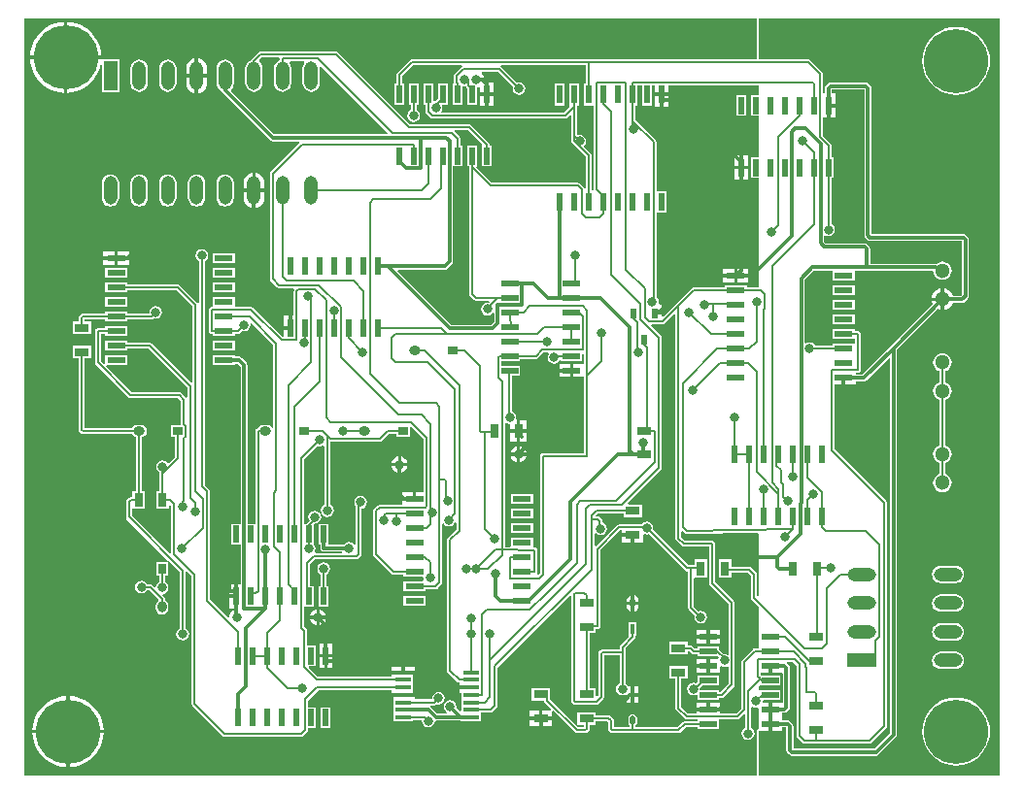
<source format=gtl>
G04*
G04 #@! TF.GenerationSoftware,Altium Limited,Altium Designer,20.2.7 (254)*
G04*
G04 Layer_Physical_Order=1*
G04 Layer_Color=255*
%FSLAX43Y43*%
%MOMM*%
G71*
G04*
G04 #@! TF.SameCoordinates,9B313DD2-682E-43CD-81FA-E857884732BC*
G04*
G04*
G04 #@! TF.FilePolarity,Positive*
G04*
G01*
G75*
%ADD10R,0.550X1.500*%
%ADD11R,1.400X0.350*%
%ADD12R,1.620X0.580*%
%ADD13R,1.500X0.550*%
%ADD14R,0.450X0.850*%
%ADD15O,0.450X0.850*%
%ADD16R,1.300X0.800*%
%ADD17R,0.800X1.300*%
%ADD18R,0.600X0.900*%
%ADD19R,0.900X0.700*%
%ADD20O,1.000X0.800*%
%ADD21R,0.580X1.620*%
%ADD22R,0.700X0.900*%
%ADD23O,0.800X1.000*%
%ADD24C,0.200*%
%ADD25C,0.300*%
%ADD26C,5.600*%
%ADD27O,1.200X2.500*%
%ADD28R,1.200X2.500*%
%ADD29C,1.300*%
%ADD30R,2.500X1.200*%
%ADD31O,2.500X1.200*%
%ADD32C,0.800*%
G36*
X-0Y3000D02*
Y0D01*
X63838D01*
Y3885D01*
X63885Y4000D01*
X64000Y4047D01*
Y5797D01*
X63873Y5902D01*
X63764Y5880D01*
X63549Y5923D01*
X63445Y5992D01*
X63318Y5924D01*
Y4112D01*
X63460Y4018D01*
X63582Y3836D01*
X63624Y3621D01*
X63582Y3407D01*
X63460Y3225D01*
X63278Y3103D01*
X63064Y3060D01*
X62849Y3103D01*
X62667Y3225D01*
X62545Y3407D01*
X62503Y3621D01*
X62545Y3836D01*
X62667Y4018D01*
X62809Y4112D01*
Y5263D01*
X62691Y5312D01*
X62299Y4920D01*
X62217Y4865D01*
X62119Y4845D01*
X60500D01*
Y4035D01*
X58700D01*
Y4205D01*
X57666D01*
X57180Y3720D01*
X57098Y3665D01*
X57000Y3645D01*
X51232D01*
X51135Y3665D01*
X51052Y3720D01*
X50935Y3837D01*
X50880Y3920D01*
X50860Y4017D01*
Y4644D01*
X50810Y4695D01*
X49800D01*
Y4400D01*
X49255D01*
Y4026D01*
X49235Y3929D01*
X49180Y3846D01*
X49063Y3729D01*
X48980Y3674D01*
X48883Y3654D01*
X48141D01*
X48043Y3674D01*
X47961Y3729D01*
X46077Y5613D01*
X45950Y5560D01*
Y5100D01*
X45150D01*
Y5650D01*
X45860D01*
X45913Y5777D01*
X45357Y6333D01*
X45302Y6415D01*
X45285Y6500D01*
X44200D01*
Y7600D01*
X45800D01*
Y6610D01*
X48246Y4164D01*
X48745D01*
Y4400D01*
X48200D01*
Y5500D01*
X49800D01*
Y5205D01*
X50915D01*
X51013Y5185D01*
X51095Y5130D01*
X51295Y4930D01*
X51351Y4848D01*
X51370Y4750D01*
Y4155D01*
X52719D01*
X52730Y4280D01*
X52647Y4404D01*
X52618Y4550D01*
Y4950D01*
X52647Y5096D01*
X52730Y5220D01*
X52854Y5303D01*
X53000Y5332D01*
X53146Y5303D01*
X53270Y5220D01*
X53353Y5096D01*
X53382Y4950D01*
Y4550D01*
X53353Y4404D01*
X53270Y4280D01*
X53281Y4155D01*
X56894D01*
X57380Y4640D01*
X57462Y4695D01*
X57560Y4715D01*
X58700D01*
Y4845D01*
X57714D01*
X57616Y4865D01*
X57533Y4920D01*
X56820Y5633D01*
X56764Y5716D01*
X56745Y5814D01*
Y8400D01*
X56200D01*
Y9500D01*
X57800D01*
Y8400D01*
X57255D01*
Y5919D01*
X57819Y5355D01*
X58550D01*
Y5580D01*
X59600D01*
X60650D01*
Y5355D01*
X62013D01*
X62445Y5787D01*
Y9881D01*
X62464Y9978D01*
X62520Y10061D01*
X63449Y10990D01*
X63532Y11045D01*
X63629Y11065D01*
X64000D01*
Y14709D01*
X63408Y15301D01*
X63353Y15384D01*
X63334Y15481D01*
Y17409D01*
X63080Y17663D01*
X61600D01*
Y17200D01*
X60500D01*
Y18800D01*
X61600D01*
Y18173D01*
X63185D01*
X63283Y18154D01*
X63366Y18098D01*
X63769Y17695D01*
X63824Y17613D01*
X63843Y17515D01*
Y15669D01*
X63873Y15649D01*
X64000Y15716D01*
Y21049D01*
X63909Y21138D01*
X57737Y21019D01*
X57734Y21020D01*
X57732Y21019D01*
X57686Y21029D01*
X57639Y21037D01*
X57637Y21038D01*
X57634Y21039D01*
X57595Y21065D01*
X57555Y21091D01*
X57554Y21093D01*
X57552Y21094D01*
X57380Y21265D01*
X57263Y21217D01*
Y20757D01*
X57558Y20462D01*
X59904D01*
X59951Y20453D01*
X59999Y20444D01*
X60000Y20443D01*
X60001Y20443D01*
X60042Y20416D01*
X60083Y20389D01*
X60083Y20388D01*
X60084Y20388D01*
X60111Y20347D01*
X60138Y20307D01*
X60139Y20306D01*
X60139Y20305D01*
X60149Y20257D01*
X60158Y20209D01*
X60183Y16859D01*
X61830Y15212D01*
X61885Y15130D01*
X61905Y15032D01*
Y7884D01*
X61885Y7786D01*
X61830Y7703D01*
X60947Y6820D01*
X60864Y6765D01*
X60766Y6745D01*
X60500D01*
Y6575D01*
X58700D01*
Y6958D01*
X58573Y7026D01*
X58518Y6989D01*
X58303Y6947D01*
X58089Y6989D01*
X57907Y7111D01*
X57785Y7293D01*
X57743Y7507D01*
X57785Y7722D01*
X57907Y7904D01*
X58089Y8025D01*
X58303Y8068D01*
X58518Y8025D01*
X58560Y7998D01*
X58700Y8138D01*
Y8695D01*
X60500D01*
Y7845D01*
X59128D01*
X58852Y7569D01*
X58864Y7507D01*
X58932Y7425D01*
X60500D01*
Y7255D01*
X60661D01*
X61395Y7989D01*
Y9468D01*
X61283Y9528D01*
X61215Y9482D01*
X61000Y9439D01*
X60785Y9482D01*
X60762Y9498D01*
X60650Y9438D01*
Y8965D01*
X59750D01*
Y9540D01*
X59600D01*
D01*
X59750D01*
Y10115D01*
X60462D01*
X60482Y10215D01*
X60527Y10282D01*
X60425Y10385D01*
X58700D01*
Y10555D01*
X58323D01*
X58225Y10575D01*
X58143Y10630D01*
X57977Y10795D01*
X57800D01*
Y10500D01*
X56200D01*
Y11600D01*
X57800D01*
Y11305D01*
X58083D01*
X58180Y11285D01*
X58263Y11230D01*
X58428Y11065D01*
X58700D01*
Y11235D01*
X60500D01*
Y11017D01*
X60540Y10990D01*
X60975Y10556D01*
X61000Y10561D01*
X61215Y10518D01*
X61283Y10472D01*
X61395Y10532D01*
Y14926D01*
X59749Y16573D01*
X59722Y16613D01*
X59694Y16654D01*
X59694Y16655D01*
X59694Y16655D01*
X59684Y16703D01*
X59674Y16751D01*
X59651Y19952D01*
X57452D01*
X57355Y19972D01*
X57272Y20027D01*
X56828Y20472D01*
X56772Y20554D01*
X56753Y20652D01*
Y40172D01*
X56636Y40221D01*
X55822Y39407D01*
X55739Y39352D01*
X55642Y39333D01*
X54652D01*
X54604Y39215D01*
X55461Y38358D01*
X55516Y38275D01*
X55536Y38178D01*
Y26781D01*
X55516Y26683D01*
X55461Y26601D01*
X52578Y23717D01*
X52626Y23600D01*
X53800D01*
Y22500D01*
X52200D01*
Y22795D01*
X49938D01*
X49815Y22672D01*
X49864Y22555D01*
X49983D01*
X50080Y22535D01*
X50163Y22480D01*
X50280Y22363D01*
X50335Y22280D01*
X50355Y22183D01*
Y22030D01*
X50415Y22018D01*
X50597Y21897D01*
X50718Y21715D01*
X50761Y21500D01*
X50718Y21285D01*
X50597Y21103D01*
X50415Y20982D01*
X50200Y20939D01*
X49985Y20982D01*
X49821Y21092D01*
X49694Y21057D01*
Y20034D01*
X49821Y19981D01*
X51620Y21780D01*
X51702Y21835D01*
X51800Y21855D01*
X53779D01*
X53843Y21950D01*
X54025Y22072D01*
X54239Y22114D01*
X54454Y22072D01*
X54636Y21950D01*
X54757Y21768D01*
X54800Y21554D01*
X54767Y21387D01*
X57864Y18290D01*
X58400D01*
Y18800D01*
X59500D01*
Y17200D01*
X58400D01*
X58355Y17092D01*
Y14726D01*
X58783Y14298D01*
X58950Y14331D01*
X59165Y14288D01*
X59347Y14167D01*
X59468Y13985D01*
X59511Y13770D01*
X59468Y13555D01*
X59347Y13373D01*
X59165Y13252D01*
X58950Y13209D01*
X58735Y13252D01*
X58553Y13373D01*
X58432Y13555D01*
X58389Y13770D01*
X58422Y13937D01*
X57920Y14440D01*
X57864Y14522D01*
X57845Y14620D01*
Y17780D01*
X57758D01*
X57660Y17800D01*
X57578Y17855D01*
X54406Y21026D01*
X54239Y20993D01*
X54077Y21025D01*
X53950Y20944D01*
Y20250D01*
X53150D01*
Y20950D01*
X53000D01*
Y21100D01*
X52050D01*
Y21345D01*
X51906D01*
X50176Y19616D01*
Y12975D01*
X50167Y12930D01*
X50159Y12884D01*
X50158Y12881D01*
X50157Y12878D01*
X50131Y12839D01*
X50107Y12800D01*
X50104Y12798D01*
X50102Y12795D01*
X50063Y12769D01*
X50025Y12743D01*
X50022Y12742D01*
X50019Y12740D01*
X49974Y12731D01*
X49928Y12721D01*
X49800Y12717D01*
Y12400D01*
X49255D01*
Y7600D01*
X49800D01*
Y6918D01*
X49915Y6868D01*
X49997Y6934D01*
Y10583D01*
X50016Y10680D01*
X50071Y10763D01*
X50189Y10880D01*
X50271Y10935D01*
X50369Y10955D01*
X51851D01*
Y11160D01*
X51870Y11257D01*
X51926Y11340D01*
X52634Y12048D01*
X52625Y12175D01*
X52625D01*
Y13325D01*
X53375D01*
Y12175D01*
X53255D01*
Y12054D01*
X53235Y11956D01*
X53180Y11874D01*
X52361Y11054D01*
Y10700D01*
Y7999D01*
X52502Y7904D01*
X52622Y7725D01*
X52850D01*
Y7000D01*
Y6275D01*
X52475D01*
Y6958D01*
X52363Y7018D01*
X52320Y6989D01*
X52106Y6947D01*
X51891Y6989D01*
X51709Y7111D01*
X51588Y7293D01*
X51545Y7507D01*
X51588Y7722D01*
X51709Y7904D01*
X51851Y7999D01*
Y10445D01*
X50506D01*
Y6822D01*
X50487Y6724D01*
X50432Y6641D01*
X50010Y6220D01*
X49928Y6165D01*
X49830Y6145D01*
X48017D01*
X47920Y6165D01*
X47837Y6220D01*
X47720Y6337D01*
X47665Y6420D01*
X47645Y6517D01*
Y15605D01*
X47518Y15658D01*
X41239Y9378D01*
Y6059D01*
X41219Y5961D01*
X41164Y5878D01*
X40805Y5520D01*
X40723Y5464D01*
X40625Y5445D01*
X39750D01*
Y4725D01*
X38050D01*
Y4725D01*
X38028Y4744D01*
X35885D01*
X35885Y4744D01*
X35871Y4747D01*
X35867Y4746D01*
X35732Y4650D01*
X35707Y4524D01*
X35586Y4342D01*
X35404Y4221D01*
X35189Y4178D01*
X34975Y4221D01*
X34793Y4342D01*
X34671Y4524D01*
X34629Y4739D01*
X34582Y4795D01*
X33850D01*
Y4725D01*
X32150D01*
Y5898D01*
X32150Y6025D01*
X32150D01*
Y6025D01*
X32150D01*
Y6525D01*
X32000D01*
Y6850D01*
X33000D01*
X34000D01*
Y6605D01*
X35438D01*
X35518Y6703D01*
X35518Y6707D01*
X35560Y6922D01*
X35682Y7104D01*
X35864Y7225D01*
X36078Y7268D01*
X36293Y7225D01*
X36475Y7104D01*
X36596Y6922D01*
X36639Y6707D01*
X36596Y6493D01*
X36475Y6311D01*
X36293Y6189D01*
X36078Y6147D01*
X35911Y6180D01*
X35901Y6170D01*
X35819Y6115D01*
X35721Y6095D01*
X35395D01*
X35384Y6069D01*
X35373Y5968D01*
X35451Y5916D01*
X35451Y5916D01*
X36011Y5356D01*
X36829D01*
X36854Y5483D01*
X36698Y5587D01*
X36576Y5769D01*
X36534Y5983D01*
X36576Y6198D01*
X36698Y6380D01*
X36880Y6501D01*
X37094Y6544D01*
X37309Y6501D01*
X37491Y6380D01*
X37612Y6198D01*
X37655Y5983D01*
X37634Y5876D01*
X37933Y5578D01*
X38050Y5626D01*
Y5898D01*
X38050Y6025D01*
X38050D01*
Y6025D01*
X38050D01*
Y7175D01*
X37900D01*
Y7500D01*
X38900D01*
Y7800D01*
X37900D01*
Y8051D01*
X37830Y8064D01*
X37747Y8120D01*
X36914Y8953D01*
X36859Y9035D01*
X36840Y9133D01*
Y20512D01*
X36859Y20610D01*
X36914Y20692D01*
X37627Y21405D01*
Y22013D01*
X37564Y22033D01*
X37500Y22034D01*
X37389Y21868D01*
X37207Y21747D01*
X36993Y21704D01*
X36778Y21747D01*
X36596Y21868D01*
X36550Y21937D01*
X36423Y21899D01*
Y16789D01*
X36404Y16691D01*
X36348Y16609D01*
X36024Y16284D01*
X35941Y16229D01*
X35843Y16209D01*
X34960D01*
Y16020D01*
X33040D01*
Y16900D01*
X34746D01*
X34817Y17027D01*
X34781Y17210D01*
X34716Y17290D01*
X33040D01*
Y17475D01*
X32170D01*
X32072Y17494D01*
X31990Y17550D01*
X30470Y19070D01*
X30414Y19152D01*
X30395Y19250D01*
Y23050D01*
X30414Y23148D01*
X30470Y23230D01*
X30777Y23537D01*
X30859Y23592D01*
X30957Y23612D01*
X32890D01*
Y23930D01*
X34000D01*
Y24080D01*
X34150D01*
Y24670D01*
X34805D01*
Y29324D01*
X33727Y30403D01*
X33600Y30350D01*
Y29500D01*
X32400D01*
Y29745D01*
X31790D01*
X31190Y29146D01*
X31108Y29091D01*
X31010Y29071D01*
X26694D01*
X26656Y29040D01*
Y23569D01*
X26798Y23474D01*
X26919Y23292D01*
X26962Y23078D01*
X26919Y22863D01*
X26798Y22681D01*
X26616Y22560D01*
X26401Y22517D01*
X26186Y22560D01*
X26004Y22681D01*
X25883Y22863D01*
X25840Y23078D01*
X25883Y23292D01*
X26004Y23474D01*
X26146Y23569D01*
Y28681D01*
X26019Y28749D01*
X25955Y28706D01*
X25741Y28664D01*
X25574Y28697D01*
X24395Y27519D01*
Y21900D01*
X24582D01*
X24630Y21972D01*
X24847Y22189D01*
X24782Y22285D01*
X24739Y22500D01*
X24782Y22715D01*
X24903Y22897D01*
X25085Y23018D01*
X25300Y23061D01*
X25515Y23018D01*
X25697Y22897D01*
X25818Y22715D01*
X25861Y22500D01*
X25818Y22285D01*
X25697Y22103D01*
X25515Y21982D01*
X25323Y21944D01*
X25235Y21856D01*
Y20104D01*
X25328Y19965D01*
X25371Y19750D01*
X25328Y19536D01*
X25295Y19486D01*
X25363Y19359D01*
X27641D01*
X27713Y19486D01*
X27708Y19494D01*
X26081D01*
X26081Y19494D01*
X25964Y19517D01*
X25865Y19584D01*
X25864Y19585D01*
X25864Y19585D01*
X25797Y19684D01*
X25774Y19801D01*
X25774Y19801D01*
Y20100D01*
X25655D01*
Y21900D01*
X26505D01*
Y20106D01*
X27843D01*
X27903Y20197D01*
X28085Y20318D01*
X28300Y20361D01*
X28515Y20318D01*
X28697Y20197D01*
X28752Y20114D01*
X28879Y20153D01*
Y23441D01*
X28782Y23585D01*
X28739Y23800D01*
X28782Y24015D01*
X28903Y24197D01*
X29085Y24318D01*
X29300Y24361D01*
X29515Y24318D01*
X29697Y24197D01*
X29818Y24015D01*
X29861Y23800D01*
X29818Y23585D01*
X29697Y23403D01*
X29515Y23282D01*
X29388Y23257D01*
Y19304D01*
X29369Y19207D01*
X29314Y19124D01*
X29114Y18924D01*
X29031Y18869D01*
X28934Y18849D01*
X25324D01*
X24898Y18424D01*
Y16500D01*
X25235D01*
Y14700D01*
X24395D01*
Y12947D01*
X24549Y12793D01*
X24604Y12710D01*
X24624Y12613D01*
Y11300D01*
X25425D01*
Y9500D01*
X24808D01*
X24759Y9383D01*
X25587Y8555D01*
X32000D01*
Y8800D01*
X33000D01*
X34000D01*
Y8475D01*
X33850D01*
Y7475D01*
X34000D01*
Y7150D01*
X33000D01*
X32000D01*
Y7395D01*
X25618D01*
X24725Y6503D01*
Y5900D01*
X25425D01*
Y4100D01*
X24725D01*
Y3977D01*
X24706Y3879D01*
X24651Y3797D01*
X24295Y3441D01*
X24213Y3386D01*
X24115Y3366D01*
X17409D01*
X17312Y3386D01*
X17229Y3441D01*
X14664Y6006D01*
X14608Y6089D01*
X14589Y6187D01*
Y17359D01*
X14182Y17766D01*
X14055Y17713D01*
Y12791D01*
X14197Y12697D01*
X14318Y12515D01*
X14361Y12300D01*
X14318Y12085D01*
X14197Y11903D01*
X14015Y11782D01*
X13800Y11739D01*
X13585Y11782D01*
X13403Y11903D01*
X13282Y12085D01*
X13239Y12300D01*
X13282Y12515D01*
X13403Y12697D01*
X13545Y12791D01*
Y17718D01*
X12602Y18661D01*
X12500Y18583D01*
X12500Y18480D01*
Y17400D01*
X12255D01*
Y16837D01*
X12396Y16743D01*
X12517Y16561D01*
X12560Y16347D01*
X12517Y16132D01*
X12396Y15950D01*
X12214Y15829D01*
X12092Y15804D01*
X12050Y15666D01*
X12180Y15536D01*
X12236Y15454D01*
X12255Y15356D01*
Y15241D01*
X12397Y15147D01*
X12518Y14965D01*
X12561Y14750D01*
Y14550D01*
X12518Y14335D01*
X12397Y14153D01*
X12215Y14032D01*
X12000Y13989D01*
X11785Y14032D01*
X11603Y14153D01*
X11482Y14335D01*
X11439Y14550D01*
Y14750D01*
X11482Y14965D01*
X11603Y15147D01*
X11643Y15173D01*
X11659Y15336D01*
X10850Y16145D01*
X10691D01*
X10597Y16003D01*
X10415Y15882D01*
X10200Y15839D01*
X9985Y15882D01*
X9803Y16003D01*
X9682Y16185D01*
X9639Y16400D01*
X9682Y16615D01*
X9803Y16797D01*
X9985Y16918D01*
X10200Y16961D01*
X10415Y16918D01*
X10597Y16797D01*
X10691Y16655D01*
X10956D01*
X11054Y16635D01*
X11136Y16580D01*
X11319Y16397D01*
X11457Y16439D01*
X11481Y16561D01*
X11603Y16743D01*
X11745Y16838D01*
Y17400D01*
X11500D01*
Y18600D01*
X12374D01*
X12483Y18600D01*
X12561Y18702D01*
X8920Y22343D01*
X8865Y22426D01*
X8845Y22523D01*
Y23800D01*
X8865Y23898D01*
X8920Y23980D01*
X9120Y24180D01*
X9202Y24236D01*
X9300Y24255D01*
X9400D01*
Y24800D01*
X9695D01*
Y26964D01*
X9714Y27061D01*
X9745Y27107D01*
Y29470D01*
X9685Y29482D01*
X9503Y29603D01*
X9409Y29745D01*
X5117D01*
X5020Y29765D01*
X4937Y29820D01*
X4820Y29937D01*
X4765Y30020D01*
X4745Y30117D01*
Y36350D01*
X4200D01*
Y37450D01*
X5800D01*
Y36350D01*
X5255D01*
Y30255D01*
X9409D01*
X9503Y30397D01*
X9685Y30518D01*
X9900Y30561D01*
X10100D01*
X10315Y30518D01*
X10497Y30397D01*
X10618Y30215D01*
X10661Y30000D01*
X10618Y29785D01*
X10497Y29603D01*
X10315Y29482D01*
X10255Y29470D01*
Y27014D01*
X10236Y26916D01*
X10205Y26870D01*
Y24800D01*
X10500D01*
Y23200D01*
X9400D01*
X9355Y23092D01*
Y22629D01*
X12659Y19325D01*
X12786Y19378D01*
Y23527D01*
X12727Y23573D01*
X12600Y23514D01*
Y23200D01*
X11500D01*
Y24800D01*
X11795D01*
Y26422D01*
X11653Y26516D01*
X11532Y26698D01*
X11489Y26913D01*
X11532Y27128D01*
X11653Y27310D01*
X11835Y27431D01*
X12050Y27474D01*
X12265Y27431D01*
X12447Y27310D01*
X12481Y27259D01*
X12607Y27246D01*
X13095Y27734D01*
Y29500D01*
X12750D01*
Y30500D01*
X13528D01*
X13635Y30614D01*
Y32654D01*
X13391Y32898D01*
X9255D01*
X9157Y32917D01*
X9074Y32973D01*
X6209Y35838D01*
X6209Y35839D01*
X6208Y35839D01*
X6181Y35880D01*
X6154Y35920D01*
X6154Y35922D01*
X6153Y35922D01*
X6144Y35971D01*
X6135Y36018D01*
X6135Y36019D01*
X6135Y36020D01*
X6157Y38736D01*
X6167Y38784D01*
X6176Y38832D01*
X6177Y38833D01*
X6177Y38834D01*
X6204Y38874D01*
X6232Y38914D01*
X6232Y38915D01*
X6233Y38916D01*
X6274Y38943D01*
X6314Y38970D01*
X6315Y38970D01*
X6316Y38970D01*
X6364Y38980D01*
X6412Y38989D01*
X7040D01*
Y39170D01*
X8960D01*
Y38290D01*
X7040D01*
Y38479D01*
X6665D01*
X6645Y36123D01*
X6913Y35855D01*
X7040Y35908D01*
Y36630D01*
X8960D01*
Y35750D01*
X7198D01*
X7145Y35623D01*
X9360Y33408D01*
X13496D01*
X13594Y33388D01*
X13677Y33333D01*
X14070Y32939D01*
X14081Y32923D01*
X14208Y32962D01*
Y33824D01*
X10827Y37205D01*
X8960D01*
Y37020D01*
X7040D01*
Y37900D01*
X8960D01*
Y37715D01*
X10932D01*
X11030Y37695D01*
X11113Y37640D01*
X14523Y34230D01*
X14640Y34279D01*
Y40904D01*
X13259Y42285D01*
X8960D01*
Y42100D01*
X7040D01*
Y42980D01*
X8960D01*
Y42795D01*
X13365D01*
X13462Y42775D01*
X13545Y42720D01*
X15075Y41190D01*
X15081Y41181D01*
X15208Y41220D01*
Y44837D01*
X15067Y44931D01*
X14945Y45113D01*
X14902Y45328D01*
X14945Y45543D01*
X15067Y45725D01*
X15248Y45846D01*
X15463Y45889D01*
X15678Y45846D01*
X15860Y45725D01*
X15981Y45543D01*
X16024Y45328D01*
X15981Y45113D01*
X15860Y44931D01*
X15718Y44837D01*
Y25314D01*
X16080Y24951D01*
X16135Y24869D01*
X16155Y24771D01*
Y15319D01*
X17737Y13738D01*
X17849Y13804D01*
X17870Y13964D01*
X17941Y14134D01*
X18053Y14280D01*
X18199Y14393D01*
X18273Y14423D01*
X18247Y14550D01*
X17885D01*
Y15450D01*
X18460D01*
Y15600D01*
X18610D01*
Y16650D01*
X18831D01*
Y20100D01*
X18035D01*
Y21900D01*
X18831D01*
Y35644D01*
X18591Y35884D01*
X18340D01*
Y35750D01*
X16420D01*
Y36630D01*
X18340D01*
Y36496D01*
X18717D01*
X18835Y36473D01*
X18934Y36406D01*
X18934Y36406D01*
X19353Y35987D01*
X19419Y35888D01*
X19442Y35771D01*
X19442Y35771D01*
Y21900D01*
X20101D01*
Y29975D01*
X20120Y30072D01*
X20176Y30155D01*
X20201Y30180D01*
X20284Y30236D01*
X20381Y30255D01*
X20409D01*
X20503Y30397D01*
X20685Y30518D01*
X20900Y30561D01*
X21100D01*
X21315Y30518D01*
X21497Y30397D01*
X21574Y30280D01*
X21701Y30319D01*
Y37551D01*
X19809Y39443D01*
X19692Y39380D01*
X19717Y39257D01*
X19674Y39043D01*
X19553Y38861D01*
X19371Y38739D01*
X19156Y38697D01*
X18989Y38730D01*
X18809Y38550D01*
X18726Y38494D01*
X18629Y38475D01*
X18340D01*
Y38290D01*
X16420D01*
Y38475D01*
X16343D01*
X16245Y38494D01*
X16162Y38550D01*
X16137Y38575D01*
X16082Y38658D01*
X16062Y38755D01*
Y40604D01*
X16082Y40701D01*
X16137Y40784D01*
X16162Y40809D01*
X16245Y40864D01*
X16343Y40884D01*
X16420D01*
Y41710D01*
X18340D01*
Y40884D01*
X19746D01*
X19844Y40864D01*
X19926Y40809D01*
X22488Y38248D01*
X22615Y38255D01*
Y38850D01*
X23190D01*
Y39000D01*
X23340D01*
Y40050D01*
X23479D01*
Y42234D01*
X23499Y42331D01*
X23521Y42365D01*
X23459Y42492D01*
X22201D01*
X22103Y42511D01*
X22020Y42566D01*
X21446Y43141D01*
X21390Y43224D01*
X21371Y43321D01*
Y52440D01*
X21390Y52538D01*
X21446Y52620D01*
X23976Y55150D01*
X23926Y55277D01*
X21659D01*
X21659Y55277D01*
X21542Y55301D01*
X21443Y55367D01*
X17284Y59526D01*
X17284Y59526D01*
X17217Y59625D01*
X17211Y59658D01*
X17122Y59695D01*
X16965Y59815D01*
X16845Y59972D01*
X16769Y60154D01*
X16743Y60350D01*
Y61650D01*
X16769Y61846D01*
X16845Y62028D01*
X16965Y62185D01*
X17122Y62305D01*
X17304Y62381D01*
X17500Y62406D01*
X17696Y62381D01*
X17878Y62305D01*
X18035Y62185D01*
X18155Y62028D01*
X18231Y61846D01*
X18256Y61650D01*
Y60350D01*
X18231Y60154D01*
X18155Y59972D01*
X18035Y59815D01*
X18012Y59798D01*
X18004Y59671D01*
X21786Y55889D01*
X31614D01*
X31662Y56007D01*
X25864Y61805D01*
X25744Y61745D01*
X25756Y61650D01*
Y60350D01*
X25731Y60154D01*
X25655Y59972D01*
X25535Y59815D01*
X25378Y59695D01*
X25196Y59619D01*
X25000Y59594D01*
X24804Y59619D01*
X24622Y59695D01*
X24465Y59815D01*
X24345Y59972D01*
X24269Y60154D01*
X24244Y60350D01*
Y61650D01*
X24269Y61846D01*
X24345Y62028D01*
X24414Y62118D01*
X24351Y62245D01*
X23149D01*
X23086Y62118D01*
X23155Y62028D01*
X23231Y61846D01*
X23256Y61650D01*
Y60350D01*
X23231Y60154D01*
X23155Y59972D01*
X23035Y59815D01*
X22878Y59695D01*
X22696Y59619D01*
X22500Y59594D01*
X22304Y59619D01*
X22122Y59695D01*
X21965Y59815D01*
X21845Y59972D01*
X21769Y60154D01*
X21744Y60350D01*
Y61650D01*
X21769Y61846D01*
X21845Y62028D01*
X21965Y62185D01*
X22122Y62305D01*
X22226Y62348D01*
X22245Y62474D01*
X22153Y62595D01*
X22142Y62599D01*
X20677D01*
X20449Y62371D01*
X20457Y62244D01*
X20535Y62185D01*
X20655Y62028D01*
X20731Y61846D01*
X20756Y61650D01*
Y60350D01*
X20731Y60154D01*
X20655Y59972D01*
X20535Y59815D01*
X20378Y59695D01*
X20196Y59619D01*
X20000Y59594D01*
X19804Y59619D01*
X19622Y59695D01*
X19465Y59815D01*
X19345Y59972D01*
X19269Y60154D01*
X19244Y60350D01*
Y61650D01*
X19269Y61846D01*
X19345Y62028D01*
X19465Y62185D01*
X19622Y62305D01*
X19761Y62363D01*
X19764Y62380D01*
X19820Y62463D01*
X20391Y63034D01*
X20474Y63089D01*
X20571Y63109D01*
X27179D01*
X27276Y63089D01*
X27359Y63034D01*
X33621Y56772D01*
X38758D01*
X38856Y56753D01*
X38938Y56698D01*
X40450Y55186D01*
X40506Y55103D01*
X40525Y55005D01*
Y54900D01*
X40695D01*
Y53100D01*
X39845D01*
Y54900D01*
X39849D01*
X39898Y55017D01*
X38652Y56263D01*
X37515D01*
X37502Y56246D01*
X37468Y56136D01*
X37910Y55693D01*
X37965Y55610D01*
X37985Y55513D01*
Y54900D01*
X38155D01*
Y53100D01*
X37349D01*
Y44820D01*
X37349Y44820D01*
X37326Y44703D01*
X37260Y44604D01*
X36828Y44172D01*
X36828Y44172D01*
X36729Y44106D01*
X36612Y44082D01*
X32563D01*
X32515Y43965D01*
X37196Y39284D01*
X40679D01*
X40944Y39549D01*
Y40281D01*
X40817Y40319D01*
X40768Y40245D01*
X40586Y40124D01*
X40371Y40081D01*
X40156Y40124D01*
X39974Y40245D01*
X39853Y40427D01*
X39810Y40642D01*
X39853Y40856D01*
X39974Y41038D01*
X40156Y41160D01*
X40371Y41202D01*
X40440Y41189D01*
X40522Y41276D01*
X40477Y41385D01*
X39322D01*
X39225Y41405D01*
X39142Y41460D01*
X38820Y41782D01*
X38765Y41865D01*
X38745Y41963D01*
Y53024D01*
Y53100D01*
X38575D01*
Y54900D01*
X39425D01*
Y53100D01*
X39425D01*
X39384Y53001D01*
X40731Y51653D01*
X48245D01*
X48343Y51634D01*
X48425Y51579D01*
X48755Y51249D01*
X48808Y51170D01*
X48819Y51168D01*
X48935Y51191D01*
Y53935D01*
X47740Y55130D01*
X47684Y55213D01*
X47665Y55310D01*
Y55788D01*
Y57551D01*
X47548Y57600D01*
X47291Y57344D01*
X47209Y57288D01*
X47111Y57269D01*
X35545D01*
X35447Y57288D01*
X35365Y57344D01*
X35010Y57699D01*
X34955Y57781D01*
X34935Y57879D01*
Y58500D01*
X34765D01*
Y60300D01*
X35615D01*
Y58824D01*
X35640Y58798D01*
X35796Y58791D01*
X36035Y59030D01*
Y60300D01*
X36885D01*
Y58500D01*
X36439D01*
X36372Y58373D01*
X36411Y58180D01*
X36368Y57966D01*
X36328Y57906D01*
X36396Y57779D01*
X47005D01*
X47529Y58303D01*
X47481Y58420D01*
X47480D01*
Y60340D01*
X48360D01*
Y58420D01*
X48175D01*
Y55942D01*
X48283Y55848D01*
X48397Y55871D01*
X48612Y55828D01*
X48794Y55707D01*
X48915Y55525D01*
X48958Y55310D01*
X48915Y55096D01*
X48794Y54914D01*
X48783Y54807D01*
X49370Y54220D01*
X49425Y54138D01*
X49445Y54040D01*
Y51050D01*
X49535Y51014D01*
X49580Y51043D01*
X49641Y51096D01*
Y58298D01*
X49630Y58420D01*
X48750D01*
Y60340D01*
X48935D01*
Y61945D01*
X41544D01*
X41520Y61818D01*
X41577Y61780D01*
X42947Y60410D01*
X43114Y60443D01*
X43329Y60400D01*
X43511Y60279D01*
X43632Y60097D01*
X43675Y59882D01*
X43632Y59668D01*
X43511Y59486D01*
X43329Y59364D01*
X43114Y59321D01*
X42900Y59364D01*
X42718Y59486D01*
X42596Y59668D01*
X42553Y59882D01*
X42587Y60049D01*
X41291Y61345D01*
X39892D01*
X39849Y61218D01*
X39880Y61194D01*
X39992Y61048D01*
X40062Y60878D01*
X40067Y60845D01*
X39380D01*
Y60545D01*
X40094D01*
X40120Y60508D01*
Y59550D01*
X39695D01*
Y59953D01*
X39589Y60024D01*
X39563Y60013D01*
X39425Y59995D01*
Y58500D01*
X38575D01*
Y59914D01*
X38539Y59950D01*
X38484Y60033D01*
X38464Y60131D01*
X38461Y60133D01*
X38339Y60109D01*
X38253Y60126D01*
X38155Y60045D01*
Y58500D01*
X37305D01*
Y60300D01*
X37348D01*
X37423Y60391D01*
Y61013D01*
X37442Y61110D01*
X37498Y61193D01*
X38085Y61780D01*
X38142Y61818D01*
X38117Y61945D01*
X33854D01*
X32905Y60996D01*
Y60300D01*
X33075D01*
Y58500D01*
X32225D01*
Y60300D01*
X32395D01*
Y61101D01*
X32415Y61199D01*
X32470Y61282D01*
X33568Y62380D01*
X33651Y62435D01*
X33749Y62455D01*
X63838D01*
Y66000D01*
X-0D01*
X-0Y3000D01*
D02*
G37*
G36*
X64000Y62455D02*
X68300D01*
X68398Y62435D01*
X68480Y62380D01*
X69533Y61328D01*
X69588Y61245D01*
X69607Y61148D01*
Y59450D01*
X69774D01*
Y59924D01*
X69774Y59924D01*
X69797Y60041D01*
X69864Y60141D01*
X69864Y60141D01*
X70039Y60316D01*
X70139Y60383D01*
X70256Y60406D01*
X70256Y60406D01*
X73324D01*
X73324Y60406D01*
X73441Y60383D01*
X73541Y60316D01*
X73541Y60316D01*
X73716Y60141D01*
X73783Y60041D01*
X73806Y59924D01*
X73806Y59924D01*
Y47206D01*
X81824D01*
X81824Y47206D01*
X81941Y47183D01*
X82041Y47116D01*
X82041Y47116D01*
X82216Y46941D01*
X82283Y46841D01*
X82306Y46724D01*
X82306Y46724D01*
Y41776D01*
X82306Y41776D01*
X82283Y41659D01*
X82216Y41559D01*
X81941Y41284D01*
X81941Y41284D01*
X81841Y41217D01*
X81724Y41194D01*
X81724Y41194D01*
X80902D01*
X80830Y41021D01*
X80678Y40822D01*
X80479Y40670D01*
X80248Y40574D01*
X80150Y40562D01*
Y41500D01*
Y42438D01*
X80248Y42426D01*
X80479Y42330D01*
X80678Y42178D01*
X80830Y41979D01*
X80902Y41806D01*
X81598D01*
X81694Y41902D01*
Y46594D01*
X73676D01*
X73676Y46594D01*
X73559Y46617D01*
X73459Y46684D01*
X73284Y46859D01*
X73284Y46859D01*
X73217Y46959D01*
X73194Y47076D01*
X73194Y47076D01*
Y59794D01*
X70386D01*
Y59450D01*
X70655D01*
Y58550D01*
X70080D01*
Y58400D01*
X69930D01*
Y57350D01*
X69607D01*
Y55762D01*
X70260Y55109D01*
X70315Y55027D01*
X70335Y54929D01*
Y53900D01*
X70505D01*
Y52100D01*
X70335D01*
Y48071D01*
X70477Y47976D01*
X70598Y47794D01*
X70641Y47580D01*
X70598Y47365D01*
X70477Y47183D01*
X70295Y47062D01*
X70080Y47019D01*
X69865Y47062D01*
X69796Y47108D01*
X69684Y47048D01*
Y46534D01*
X69822Y46396D01*
X73224D01*
X73224Y46396D01*
X73341Y46373D01*
X73441Y46306D01*
X73441Y46306D01*
X73616Y46131D01*
X73683Y46031D01*
X73706Y45914D01*
X73706Y45914D01*
Y44592D01*
X79443D01*
X79443Y44592D01*
X79455Y44590D01*
X79597Y44699D01*
X79791Y44779D01*
X80000Y44807D01*
X80209Y44779D01*
X80403Y44699D01*
X80571Y44571D01*
X80699Y44403D01*
X80779Y44209D01*
X80807Y44000D01*
X80779Y43791D01*
X80699Y43597D01*
X80571Y43429D01*
X80403Y43301D01*
X80209Y43221D01*
X80000Y43193D01*
X79791Y43221D01*
X79597Y43301D01*
X79429Y43429D01*
X79301Y43597D01*
X79221Y43791D01*
X79196Y43981D01*
X72467D01*
X72340Y43980D01*
X72340Y43854D01*
Y43100D01*
X70420D01*
X70420Y43980D01*
X70293Y43981D01*
X68768D01*
X68006Y43219D01*
Y37733D01*
X68118Y37673D01*
X68185Y37718D01*
X68400Y37761D01*
X68615Y37718D01*
X68797Y37597D01*
X68895Y37450D01*
X70420D01*
Y37630D01*
X72340D01*
X72374Y37743D01*
Y37907D01*
X72340Y38020D01*
X70420D01*
Y38900D01*
X72340D01*
Y38715D01*
X72604D01*
X72701Y38695D01*
X72784Y38640D01*
X72809Y38615D01*
X72864Y38532D01*
X72884Y38435D01*
Y35397D01*
X72864Y35299D01*
X72809Y35216D01*
X72784Y35191D01*
X72701Y35136D01*
X72604Y35116D01*
X72490D01*
Y34956D01*
X73023D01*
X75512Y37444D01*
X75512Y37444D01*
X79146Y41079D01*
X79074Y41252D01*
X79062Y41350D01*
X79850D01*
Y40562D01*
X79752Y40574D01*
X79579Y40646D01*
X76034Y37101D01*
Y3520D01*
X76034Y3520D01*
X76010Y3403D01*
X75944Y3303D01*
X74420Y1779D01*
X74321Y1713D01*
X74204Y1690D01*
X66876D01*
X66876Y1690D01*
X66759Y1713D01*
X66659Y1779D01*
X66484Y1955D01*
X66484Y1955D01*
X66417Y2054D01*
X66394Y2171D01*
X66394Y2171D01*
Y4154D01*
X66050D01*
Y3885D01*
X65150D01*
Y4460D01*
X64850D01*
Y3885D01*
X64000D01*
Y0D01*
X85000D01*
Y66000D01*
X64000D01*
Y62455D01*
D02*
G37*
G36*
X53440Y58420D02*
X53255D01*
Y57143D01*
X55004Y55394D01*
X55059Y55311D01*
X55078Y55214D01*
Y51078D01*
X55100Y50960D01*
X55205Y50960D01*
X55980D01*
Y49040D01*
X55100Y49040D01*
X55078Y48922D01*
Y41738D01*
X55119Y41711D01*
X55240Y41529D01*
X55283Y41315D01*
X55255Y41177D01*
X55348Y41050D01*
X55550D01*
Y40450D01*
X54950D01*
Y40150D01*
X55550D01*
Y40022D01*
X55667Y39974D01*
X56828Y41134D01*
X56828Y41134D01*
X58144Y42450D01*
X58227Y42505D01*
X58324Y42525D01*
X61040D01*
Y42710D01*
X62960D01*
Y42525D01*
X64000D01*
Y52100D01*
X63305D01*
Y53900D01*
X64000D01*
Y57500D01*
X63305D01*
Y59300D01*
X64000D01*
Y60186D01*
X56130D01*
Y59530D01*
X54950D01*
Y60186D01*
X54710D01*
Y58420D01*
X53830D01*
Y60186D01*
X53440D01*
Y58420D01*
D02*
G37*
G36*
X44763Y36380D02*
X44680Y36325D01*
X44582Y36305D01*
X43200D01*
Y36135D01*
X41555D01*
Y35715D01*
X43200D01*
Y34865D01*
X42531D01*
Y31714D01*
X42698Y31602D01*
X42819Y31420D01*
X42862Y31206D01*
X42837Y31077D01*
X42900Y30994D01*
Y30150D01*
X42350D01*
Y30605D01*
X42301Y30645D01*
X42087Y30688D01*
X41997Y30747D01*
X41870Y30679D01*
Y19897D01*
X42330Y19894D01*
X42420Y19983D01*
Y20710D01*
X44340D01*
Y19879D01*
X44462Y19878D01*
X44463Y19878D01*
X44464Y19878D01*
X44512Y19868D01*
X44560Y19858D01*
X44560Y19858D01*
X44561Y19857D01*
X44601Y19830D01*
X44642Y19802D01*
X44642Y19801D01*
X44643Y19801D01*
X44670Y19760D01*
X44697Y19719D01*
X44697Y19718D01*
X44697Y19718D01*
X44706Y19669D01*
X44715Y19621D01*
X44715Y19621D01*
X44715Y19620D01*
X44690Y17727D01*
X44680Y17680D01*
X44670Y17632D01*
X44670Y17631D01*
X44669Y17629D01*
X44687Y17539D01*
X44728Y17493D01*
X44790Y17494D01*
X44917Y17621D01*
Y27794D01*
X44936Y27892D01*
X44991Y27974D01*
X45074Y28030D01*
X45172Y28049D01*
X48795D01*
Y34607D01*
X48750Y34715D01*
X48668Y34715D01*
X47850D01*
Y35290D01*
Y35865D01*
X48668D01*
X48750Y35865D01*
X48795Y35973D01*
Y36701D01*
X48704Y36768D01*
X48677Y36777D01*
X48600Y36740D01*
Y36135D01*
X46800D01*
Y36135D01*
X46682Y36213D01*
X46673Y36213D01*
X46559Y36041D01*
X46377Y35920D01*
X46162Y35877D01*
X45948Y35920D01*
X45766Y36041D01*
X45644Y36223D01*
X45601Y36438D01*
X45644Y36653D01*
X45687Y36716D01*
X45619Y36843D01*
X45226D01*
X44763Y36380D01*
D02*
G37*
G36*
X64850Y8965D02*
X64146D01*
Y8731D01*
X64182Y8695D01*
X65900D01*
Y7845D01*
X64100D01*
X64000Y7780D01*
Y7490D01*
X64100Y7425D01*
X65900D01*
Y6575D01*
X64398D01*
X64317Y6477D01*
X64325Y6441D01*
X64317Y6403D01*
X64398Y6305D01*
X64850D01*
Y5730D01*
X65150D01*
Y6305D01*
X66050D01*
X66094Y6414D01*
Y8856D01*
X66050Y8965D01*
X65150D01*
Y9540D01*
X64850D01*
Y8965D01*
D02*
G37*
G36*
X73366Y34434D02*
X73366Y34434D01*
X73267Y34367D01*
X73150Y34344D01*
X72490D01*
Y34060D01*
X71530D01*
Y34650D01*
X71230D01*
Y34060D01*
X70572D01*
Y28466D01*
X75095Y23944D01*
X75150Y23861D01*
X75170Y23763D01*
Y4267D01*
X75150Y4170D01*
X75095Y4087D01*
X73828Y2820D01*
X73745Y2765D01*
X73648Y2745D01*
X68000D01*
X67902Y2765D01*
X67820Y2820D01*
X67394Y3245D01*
X67339Y3328D01*
X67320Y3426D01*
Y9561D01*
X66986Y9894D01*
X66463D01*
X66424Y9767D01*
X66441Y9756D01*
X66441Y9756D01*
X66616Y9581D01*
X66683Y9481D01*
X66706Y9364D01*
X66706Y9364D01*
Y5906D01*
X66706Y5906D01*
X66683Y5789D01*
X66616Y5689D01*
X66441Y5514D01*
X66441Y5514D01*
X66341Y5447D01*
X66224Y5424D01*
X66224Y5424D01*
X66050D01*
Y5155D01*
X66050D01*
Y5035D01*
X66050D01*
Y4766D01*
X66524D01*
X66524Y4766D01*
X66641Y4743D01*
X66741Y4676D01*
X66741Y4676D01*
X66916Y4501D01*
X66983Y4401D01*
X67006Y4284D01*
X67006Y4284D01*
Y2301D01*
X74077D01*
X75422Y3646D01*
Y36323D01*
X75305Y36372D01*
X73366Y34434D01*
D02*
G37*
%LPC*%
G36*
X3450Y65698D02*
Y62750D01*
X502D01*
X529Y63086D01*
X643Y63561D01*
X829Y64012D01*
X1084Y64428D01*
X1401Y64799D01*
X1772Y65116D01*
X2188Y65371D01*
X2639Y65557D01*
X3114Y65671D01*
X3450Y65698D01*
D02*
G37*
G36*
X3750D02*
X4086Y65671D01*
X4561Y65557D01*
X5012Y65371D01*
X5428Y65116D01*
X5799Y64799D01*
X6116Y64428D01*
X6371Y64012D01*
X6557Y63561D01*
X6671Y63086D01*
X6698Y62750D01*
X3750D01*
Y65698D01*
D02*
G37*
G36*
X14850Y62538D02*
Y61150D01*
X14092D01*
Y61650D01*
X14123Y61885D01*
X14214Y62104D01*
X14358Y62292D01*
X14546Y62436D01*
X14765Y62527D01*
X14850Y62538D01*
D02*
G37*
G36*
X15150D02*
X15235Y62527D01*
X15454Y62436D01*
X15642Y62292D01*
X15786Y62104D01*
X15877Y61885D01*
X15908Y61650D01*
Y61150D01*
X15150D01*
Y62538D01*
D02*
G37*
G36*
X10000Y62406D02*
X10196Y62381D01*
X10378Y62305D01*
X10535Y62185D01*
X10655Y62028D01*
X10731Y61846D01*
X10756Y61650D01*
Y60350D01*
X10731Y60154D01*
X10655Y59972D01*
X10535Y59815D01*
X10378Y59695D01*
X10196Y59619D01*
X10000Y59594D01*
X9804Y59619D01*
X9622Y59695D01*
X9465Y59815D01*
X9345Y59972D01*
X9269Y60154D01*
X9244Y60350D01*
Y61650D01*
X9269Y61846D01*
X9345Y62028D01*
X9465Y62185D01*
X9622Y62305D01*
X9804Y62381D01*
X10000Y62406D01*
D02*
G37*
G36*
X12500D02*
X12696Y62381D01*
X12878Y62305D01*
X13035Y62185D01*
X13155Y62028D01*
X13231Y61846D01*
X13256Y61650D01*
Y60350D01*
X13231Y60154D01*
X13155Y59972D01*
X13035Y59815D01*
X12878Y59695D01*
X12696Y59619D01*
X12500Y59594D01*
X12304Y59619D01*
X12122Y59695D01*
X11965Y59815D01*
X11845Y59972D01*
X11769Y60154D01*
X11744Y60350D01*
Y61650D01*
X11769Y61846D01*
X11845Y62028D01*
X11965Y62185D01*
X12122Y62305D01*
X12304Y62381D01*
X12500Y62406D01*
D02*
G37*
G36*
X40420Y60450D02*
X40845D01*
Y59550D01*
X40420D01*
Y60450D01*
D02*
G37*
G36*
X502Y62450D02*
X3450D01*
Y59502D01*
X3114Y59529D01*
X2639Y59643D01*
X2188Y59829D01*
X1772Y60084D01*
X1401Y60401D01*
X1084Y60772D01*
X829Y61188D01*
X643Y61639D01*
X529Y62114D01*
X502Y62450D01*
D02*
G37*
G36*
X3750D02*
X6766D01*
X6821Y62400D01*
X8250D01*
Y59600D01*
X6750D01*
Y61897D01*
X6623Y61912D01*
X6557Y61639D01*
X6371Y61188D01*
X6116Y60772D01*
X5799Y60401D01*
X5428Y60084D01*
X5012Y59829D01*
X4561Y59643D01*
X4086Y59529D01*
X3750Y59502D01*
Y62450D01*
D02*
G37*
G36*
X14092Y60850D02*
X14850D01*
Y59462D01*
X14765Y59473D01*
X14546Y59564D01*
X14358Y59708D01*
X14214Y59896D01*
X14123Y60115D01*
X14092Y60350D01*
Y60850D01*
D02*
G37*
G36*
X15150D02*
X15908D01*
Y60350D01*
X15877Y60115D01*
X15786Y59896D01*
X15642Y59708D01*
X15454Y59564D01*
X15235Y59473D01*
X15150Y59462D01*
Y60850D01*
D02*
G37*
G36*
X46210Y60340D02*
X47090D01*
Y58420D01*
X46210D01*
Y60340D01*
D02*
G37*
G36*
X39695Y59250D02*
X40120D01*
Y58350D01*
X39695D01*
Y59250D01*
D02*
G37*
G36*
X40420D02*
X40845D01*
Y58350D01*
X40420D01*
Y59250D01*
D02*
G37*
G36*
X33495Y60300D02*
X34345D01*
Y58500D01*
X34175D01*
Y58011D01*
X34317Y57917D01*
X34438Y57735D01*
X34481Y57520D01*
X34438Y57305D01*
X34317Y57123D01*
X34135Y57002D01*
X33920Y56959D01*
X33705Y57002D01*
X33523Y57123D01*
X33402Y57305D01*
X33359Y57520D01*
X33402Y57735D01*
X33523Y57917D01*
X33665Y58011D01*
Y58500D01*
X33495D01*
Y60300D01*
D02*
G37*
G36*
X19850Y52538D02*
Y51150D01*
X19092D01*
Y51650D01*
X19123Y51885D01*
X19214Y52104D01*
X19358Y52292D01*
X19546Y52436D01*
X19765Y52527D01*
X19850Y52538D01*
D02*
G37*
G36*
X20150D02*
X20235Y52527D01*
X20454Y52436D01*
X20642Y52292D01*
X20786Y52104D01*
X20877Y51885D01*
X20908Y51650D01*
Y51150D01*
X20150D01*
Y52538D01*
D02*
G37*
G36*
X7500Y52406D02*
X7696Y52381D01*
X7878Y52305D01*
X8035Y52185D01*
X8155Y52028D01*
X8231Y51846D01*
X8256Y51650D01*
Y50350D01*
X8231Y50154D01*
X8155Y49972D01*
X8035Y49815D01*
X7878Y49695D01*
X7696Y49619D01*
X7500Y49594D01*
X7304Y49619D01*
X7122Y49695D01*
X6965Y49815D01*
X6845Y49972D01*
X6769Y50154D01*
X6744Y50350D01*
Y51650D01*
X6769Y51846D01*
X6845Y52028D01*
X6965Y52185D01*
X7122Y52305D01*
X7304Y52381D01*
X7500Y52406D01*
D02*
G37*
G36*
X10000D02*
X10196Y52381D01*
X10378Y52305D01*
X10535Y52185D01*
X10655Y52028D01*
X10731Y51846D01*
X10756Y51650D01*
Y50350D01*
X10731Y50154D01*
X10655Y49972D01*
X10535Y49815D01*
X10378Y49695D01*
X10196Y49619D01*
X10000Y49594D01*
X9804Y49619D01*
X9622Y49695D01*
X9465Y49815D01*
X9345Y49972D01*
X9269Y50154D01*
X9244Y50350D01*
Y51650D01*
X9269Y51846D01*
X9345Y52028D01*
X9465Y52185D01*
X9622Y52305D01*
X9804Y52381D01*
X10000Y52406D01*
D02*
G37*
G36*
X12500D02*
X12696Y52381D01*
X12878Y52305D01*
X13035Y52185D01*
X13155Y52028D01*
X13231Y51846D01*
X13256Y51650D01*
Y50350D01*
X13231Y50154D01*
X13155Y49972D01*
X13035Y49815D01*
X12878Y49695D01*
X12696Y49619D01*
X12500Y49594D01*
X12304Y49619D01*
X12122Y49695D01*
X11965Y49815D01*
X11845Y49972D01*
X11769Y50154D01*
X11744Y50350D01*
Y51650D01*
X11769Y51846D01*
X11845Y52028D01*
X11965Y52185D01*
X12122Y52305D01*
X12304Y52381D01*
X12500Y52406D01*
D02*
G37*
G36*
X15000D02*
X15196Y52381D01*
X15378Y52305D01*
X15535Y52185D01*
X15655Y52028D01*
X15731Y51846D01*
X15756Y51650D01*
Y50350D01*
X15731Y50154D01*
X15655Y49972D01*
X15535Y49815D01*
X15378Y49695D01*
X15196Y49619D01*
X15000Y49594D01*
X14804Y49619D01*
X14622Y49695D01*
X14465Y49815D01*
X14345Y49972D01*
X14269Y50154D01*
X14244Y50350D01*
Y51650D01*
X14269Y51846D01*
X14345Y52028D01*
X14465Y52185D01*
X14622Y52305D01*
X14804Y52381D01*
X15000Y52406D01*
D02*
G37*
G36*
X17500D02*
X17696Y52381D01*
X17878Y52305D01*
X18035Y52185D01*
X18155Y52028D01*
X18231Y51846D01*
X18256Y51650D01*
Y50350D01*
X18231Y50154D01*
X18155Y49972D01*
X18035Y49815D01*
X17878Y49695D01*
X17696Y49619D01*
X17500Y49594D01*
X17304Y49619D01*
X17122Y49695D01*
X16965Y49815D01*
X16845Y49972D01*
X16769Y50154D01*
X16743Y50350D01*
Y51650D01*
X16769Y51846D01*
X16845Y52028D01*
X16965Y52185D01*
X17122Y52305D01*
X17304Y52381D01*
X17500Y52406D01*
D02*
G37*
G36*
X19092Y50850D02*
X19850D01*
Y49462D01*
X19765Y49473D01*
X19546Y49564D01*
X19358Y49708D01*
X19214Y49896D01*
X19123Y50115D01*
X19092Y50350D01*
Y50850D01*
D02*
G37*
G36*
X20150D02*
X20908D01*
Y50350D01*
X20877Y50115D01*
X20786Y49896D01*
X20642Y49708D01*
X20454Y49564D01*
X20235Y49473D01*
X20150Y49462D01*
Y50850D01*
D02*
G37*
G36*
X6890Y45670D02*
X7850D01*
Y45230D01*
X6890D01*
Y45670D01*
D02*
G37*
G36*
X8150D02*
X9110D01*
Y45230D01*
X8150D01*
Y45670D01*
D02*
G37*
G36*
X16420Y45520D02*
X18340D01*
Y44640D01*
X16420D01*
Y45520D01*
D02*
G37*
G36*
X6890Y44930D02*
X7850D01*
Y44490D01*
X6890D01*
Y44930D01*
D02*
G37*
G36*
X8150D02*
X9110D01*
Y44490D01*
X8150D01*
Y44930D01*
D02*
G37*
G36*
X7040Y44250D02*
X8960D01*
Y43370D01*
X7040D01*
Y44250D01*
D02*
G37*
G36*
X16420D02*
X18340D01*
Y43370D01*
X16420D01*
Y44250D01*
D02*
G37*
G36*
Y42980D02*
X18340D01*
Y42100D01*
X16420D01*
Y42980D01*
D02*
G37*
G36*
X7040Y41710D02*
X8960D01*
Y40830D01*
X7040D01*
Y41710D01*
D02*
G37*
G36*
X22615Y40050D02*
X23040D01*
Y39150D01*
X22615D01*
Y40050D01*
D02*
G37*
G36*
X11440Y40936D02*
X11655Y40893D01*
X11837Y40772D01*
X11958Y40590D01*
X12001Y40375D01*
X11958Y40160D01*
X11837Y39978D01*
X11655Y39857D01*
X11440Y39814D01*
X11273Y39847D01*
X11246Y39820D01*
X11163Y39764D01*
X11065Y39745D01*
X8960D01*
Y39560D01*
X7040D01*
Y39745D01*
X5255D01*
Y39550D01*
X5800D01*
Y38450D01*
X4200D01*
Y39550D01*
X4745D01*
Y39883D01*
X4765Y39980D01*
X4820Y40063D01*
X4937Y40180D01*
X5020Y40235D01*
X5117Y40255D01*
X7040D01*
Y40440D01*
X8960D01*
Y40255D01*
X10803D01*
X10884Y40353D01*
X10880Y40375D01*
X10922Y40590D01*
X11044Y40772D01*
X11226Y40893D01*
X11440Y40936D01*
D02*
G37*
G36*
X16420Y37900D02*
X18340D01*
Y37020D01*
X16420D01*
Y37900D01*
D02*
G37*
G36*
X32550Y27777D02*
Y27241D01*
X32014D01*
X32018Y27274D01*
X32089Y27444D01*
X32201Y27590D01*
X32347Y27702D01*
X32517Y27773D01*
X32550Y27777D01*
D02*
G37*
G36*
X32850D02*
X32883Y27773D01*
X33053Y27702D01*
X33199Y27590D01*
X33312Y27444D01*
X33382Y27274D01*
X33386Y27241D01*
X32850D01*
Y27777D01*
D02*
G37*
G36*
X32014Y26941D02*
X32550D01*
Y26405D01*
X32517Y26409D01*
X32347Y26479D01*
X32201Y26592D01*
X32089Y26738D01*
X32018Y26908D01*
X32014Y26941D01*
D02*
G37*
G36*
X32850D02*
X33386D01*
X33382Y26908D01*
X33312Y26738D01*
X33199Y26592D01*
X33053Y26479D01*
X32883Y26409D01*
X32850Y26405D01*
Y26941D01*
D02*
G37*
G36*
X32890Y24670D02*
X33850D01*
Y24230D01*
X32890D01*
Y24670D01*
D02*
G37*
G36*
X52050Y20800D02*
X52850D01*
Y20250D01*
X52050D01*
Y20800D01*
D02*
G37*
G36*
X17885Y16650D02*
X18310D01*
Y15750D01*
X17885D01*
Y16650D01*
D02*
G37*
G36*
X52850Y15705D02*
Y15150D01*
X52465D01*
Y15200D01*
X52505Y15405D01*
X52621Y15578D01*
X52795Y15695D01*
X52850Y15705D01*
D02*
G37*
G36*
X53150D02*
X53205Y15695D01*
X53378Y15578D01*
X53495Y15405D01*
X53535Y15200D01*
Y15150D01*
X53150D01*
Y15705D01*
D02*
G37*
G36*
X33040Y15630D02*
X34960D01*
Y14750D01*
X33040D01*
Y15630D01*
D02*
G37*
G36*
X26080Y18558D02*
X26295Y18516D01*
X26477Y18394D01*
X26598Y18212D01*
X26641Y17998D01*
X26598Y17783D01*
X26477Y17601D01*
X26335Y17506D01*
Y16500D01*
X26505D01*
Y14700D01*
X25655D01*
Y16500D01*
X25825D01*
Y17506D01*
X25683Y17601D01*
X25562Y17783D01*
X25519Y17998D01*
X25562Y18212D01*
X25683Y18394D01*
X25865Y18516D01*
X26080Y18558D01*
D02*
G37*
G36*
X52465Y14850D02*
X52850D01*
Y14295D01*
X52795Y14305D01*
X52621Y14421D01*
X52505Y14595D01*
X52465Y14800D01*
Y14850D01*
D02*
G37*
G36*
X53150D02*
X53535D01*
Y14800D01*
X53495Y14595D01*
X53378Y14421D01*
X53205Y14305D01*
X53150Y14295D01*
Y14850D01*
D02*
G37*
G36*
X25438Y14467D02*
Y13931D01*
X24902D01*
X24906Y13964D01*
X24977Y14134D01*
X25089Y14280D01*
X25235Y14393D01*
X25405Y14463D01*
X25438Y14467D01*
D02*
G37*
G36*
X25738D02*
X25771Y14463D01*
X25941Y14393D01*
X26087Y14280D01*
X26200Y14134D01*
X26270Y13964D01*
X26274Y13931D01*
X25738D01*
Y14467D01*
D02*
G37*
G36*
X24902Y13631D02*
X25438D01*
Y13095D01*
X25405Y13099D01*
X25235Y13170D01*
X25089Y13282D01*
X24977Y13428D01*
X24906Y13598D01*
X24902Y13631D01*
D02*
G37*
G36*
X25738D02*
X26274D01*
X26270Y13598D01*
X26200Y13428D01*
X26087Y13282D01*
X25941Y13170D01*
X25771Y13099D01*
X25738Y13095D01*
Y13631D01*
D02*
G37*
G36*
X58550Y12655D02*
X59450D01*
Y12230D01*
X58550D01*
Y12655D01*
D02*
G37*
G36*
X59750D02*
X60650D01*
Y12230D01*
X59750D01*
Y12655D01*
D02*
G37*
G36*
X58550Y11930D02*
X59450D01*
Y11505D01*
X58550D01*
Y11930D01*
D02*
G37*
G36*
X59750D02*
X60650D01*
Y11505D01*
X59750D01*
Y11930D01*
D02*
G37*
G36*
X25695Y11450D02*
X26120D01*
Y10550D01*
X25695D01*
Y11450D01*
D02*
G37*
G36*
X26420D02*
X26845D01*
Y10550D01*
X26420D01*
Y11450D01*
D02*
G37*
G36*
X58550Y10115D02*
X59450D01*
Y9690D01*
X58550D01*
Y10115D01*
D02*
G37*
G36*
X25695Y10250D02*
X26120D01*
Y9350D01*
X25695D01*
Y10250D01*
D02*
G37*
G36*
X26420D02*
X26845D01*
Y9350D01*
X26420D01*
Y10250D01*
D02*
G37*
G36*
X32000Y9425D02*
X32850D01*
Y9100D01*
X32000D01*
Y9425D01*
D02*
G37*
G36*
X33150D02*
X34000D01*
Y9100D01*
X33150D01*
Y9425D01*
D02*
G37*
G36*
X58550Y9390D02*
X59450D01*
Y8965D01*
X58550D01*
Y9390D01*
D02*
G37*
G36*
X53150Y7725D02*
X53525D01*
Y7150D01*
X53150D01*
Y7725D01*
D02*
G37*
G36*
Y6850D02*
X53525D01*
Y6275D01*
X53150D01*
Y6850D01*
D02*
G37*
G36*
X58550Y6305D02*
X59450D01*
Y5880D01*
X58550D01*
Y6305D01*
D02*
G37*
G36*
X59750D02*
X60650D01*
Y5880D01*
X59750D01*
Y6305D01*
D02*
G37*
G36*
X44050Y5650D02*
X44850D01*
Y5100D01*
X44050D01*
Y5650D01*
D02*
G37*
G36*
Y4800D02*
X44850D01*
Y4250D01*
X44050D01*
Y4800D01*
D02*
G37*
G36*
X45150D02*
X45950D01*
Y4250D01*
X45150D01*
Y4800D01*
D02*
G37*
G36*
X25845Y5900D02*
X26695D01*
Y4100D01*
X25845D01*
Y5900D01*
D02*
G37*
G36*
X3650Y6898D02*
Y3950D01*
X702D01*
X729Y4286D01*
X843Y4761D01*
X1029Y5212D01*
X1284Y5628D01*
X1601Y5999D01*
X1972Y6316D01*
X2388Y6571D01*
X2839Y6757D01*
X3314Y6871D01*
X3650Y6898D01*
D02*
G37*
G36*
X3950D02*
X4286Y6871D01*
X4761Y6757D01*
X5212Y6571D01*
X5628Y6316D01*
X5999Y5999D01*
X6316Y5628D01*
X6571Y5212D01*
X6757Y4761D01*
X6871Y4286D01*
X6898Y3950D01*
X3950D01*
Y6898D01*
D02*
G37*
G36*
X702Y3650D02*
X3650D01*
Y702D01*
X3314Y729D01*
X2839Y843D01*
X2388Y1029D01*
X1972Y1284D01*
X1601Y1601D01*
X1284Y1972D01*
X1029Y2388D01*
X843Y2839D01*
X729Y3314D01*
X702Y3650D01*
D02*
G37*
G36*
X3950D02*
X6898D01*
X6871Y3314D01*
X6757Y2839D01*
X6571Y2388D01*
X6316Y1972D01*
X5999Y1601D01*
X5628Y1284D01*
X5212Y1029D01*
X4761Y843D01*
X4286Y729D01*
X3950Y702D01*
Y3650D01*
D02*
G37*
G36*
X81200Y65259D02*
X81663Y65223D01*
X82114Y65114D01*
X82543Y64937D01*
X82939Y64694D01*
X83292Y64392D01*
X83594Y64039D01*
X83837Y63643D01*
X84014Y63214D01*
X84123Y62763D01*
X84159Y62300D01*
X84123Y61837D01*
X84014Y61386D01*
X83837Y60957D01*
X83594Y60561D01*
X83292Y60208D01*
X82939Y59906D01*
X82543Y59663D01*
X82114Y59486D01*
X81663Y59377D01*
X81200Y59341D01*
X80737Y59377D01*
X80286Y59486D01*
X79857Y59663D01*
X79461Y59906D01*
X79108Y60208D01*
X78806Y60561D01*
X78563Y60957D01*
X78386Y61386D01*
X78277Y61837D01*
X78241Y62300D01*
X78277Y62763D01*
X78386Y63214D01*
X78563Y63643D01*
X78806Y64039D01*
X79108Y64392D01*
X79461Y64694D01*
X79857Y64937D01*
X80286Y65114D01*
X80737Y65223D01*
X81200Y65259D01*
D02*
G37*
G36*
X70230Y58250D02*
X70655D01*
Y57350D01*
X70230D01*
Y58250D01*
D02*
G37*
G36*
X70420Y42710D02*
X72340D01*
Y41830D01*
X70420D01*
Y42710D01*
D02*
G37*
G36*
X79850Y42438D02*
Y41650D01*
X79062D01*
X79074Y41748D01*
X79170Y41979D01*
X79322Y42178D01*
X79521Y42330D01*
X79752Y42426D01*
X79850Y42438D01*
D02*
G37*
G36*
X70420Y41440D02*
X72340D01*
Y40560D01*
X70420D01*
Y41440D01*
D02*
G37*
G36*
Y40170D02*
X72340D01*
Y39290D01*
X70420D01*
Y40170D01*
D02*
G37*
G36*
X80000Y36807D02*
X80209Y36779D01*
X80403Y36699D01*
X80571Y36571D01*
X80699Y36403D01*
X80779Y36209D01*
X80807Y36000D01*
X80779Y35791D01*
X80699Y35597D01*
X80571Y35429D01*
X80403Y35301D01*
X80255Y35240D01*
Y34260D01*
X80403Y34199D01*
X80571Y34071D01*
X80699Y33903D01*
X80779Y33709D01*
X80807Y33500D01*
X80779Y33291D01*
X80699Y33097D01*
X80571Y32929D01*
X80403Y32801D01*
X80255Y32740D01*
Y28760D01*
X80403Y28699D01*
X80571Y28571D01*
X80699Y28403D01*
X80779Y28209D01*
X80807Y28000D01*
X80779Y27791D01*
X80699Y27597D01*
X80571Y27429D01*
X80403Y27301D01*
X80255Y27240D01*
Y26260D01*
X80403Y26199D01*
X80571Y26071D01*
X80699Y25903D01*
X80779Y25709D01*
X80807Y25500D01*
X80779Y25291D01*
X80699Y25097D01*
X80571Y24929D01*
X80403Y24801D01*
X80209Y24721D01*
X80000Y24693D01*
X79791Y24721D01*
X79597Y24801D01*
X79429Y24929D01*
X79301Y25097D01*
X79221Y25291D01*
X79193Y25500D01*
X79221Y25709D01*
X79301Y25903D01*
X79429Y26071D01*
X79597Y26199D01*
X79745Y26260D01*
Y27240D01*
X79597Y27301D01*
X79429Y27429D01*
X79301Y27597D01*
X79221Y27791D01*
X79193Y28000D01*
X79221Y28209D01*
X79301Y28403D01*
X79429Y28571D01*
X79597Y28699D01*
X79745Y28760D01*
Y32740D01*
X79597Y32801D01*
X79429Y32929D01*
X79301Y33097D01*
X79221Y33291D01*
X79193Y33500D01*
X79221Y33709D01*
X79301Y33903D01*
X79429Y34071D01*
X79597Y34199D01*
X79745Y34260D01*
Y35240D01*
X79597Y35301D01*
X79429Y35429D01*
X79301Y35597D01*
X79221Y35791D01*
X79193Y36000D01*
X79221Y36209D01*
X79301Y36403D01*
X79429Y36571D01*
X79597Y36699D01*
X79791Y36779D01*
X80000Y36807D01*
D02*
G37*
G36*
X79850Y18256D02*
X81150D01*
X81346Y18231D01*
X81528Y18155D01*
X81685Y18035D01*
X81805Y17878D01*
X81881Y17696D01*
X81906Y17500D01*
X81881Y17304D01*
X81805Y17122D01*
X81685Y16965D01*
X81528Y16845D01*
X81346Y16769D01*
X81150Y16744D01*
X79850D01*
X79654Y16769D01*
X79472Y16845D01*
X79315Y16965D01*
X79195Y17122D01*
X79119Y17304D01*
X79094Y17500D01*
X79119Y17696D01*
X79195Y17878D01*
X79315Y18035D01*
X79472Y18155D01*
X79654Y18231D01*
X79850Y18256D01*
D02*
G37*
G36*
Y15756D02*
X81150D01*
X81346Y15731D01*
X81528Y15655D01*
X81685Y15535D01*
X81805Y15378D01*
X81881Y15196D01*
X81906Y15000D01*
X81881Y14804D01*
X81805Y14622D01*
X81685Y14465D01*
X81528Y14345D01*
X81346Y14269D01*
X81150Y14244D01*
X79850D01*
X79654Y14269D01*
X79472Y14345D01*
X79315Y14465D01*
X79195Y14622D01*
X79119Y14804D01*
X79094Y15000D01*
X79119Y15196D01*
X79195Y15378D01*
X79315Y15535D01*
X79472Y15655D01*
X79654Y15731D01*
X79850Y15756D01*
D02*
G37*
G36*
Y13256D02*
X81150D01*
X81346Y13231D01*
X81528Y13155D01*
X81685Y13035D01*
X81805Y12878D01*
X81881Y12696D01*
X81906Y12500D01*
X81881Y12304D01*
X81805Y12122D01*
X81685Y11965D01*
X81528Y11845D01*
X81346Y11769D01*
X81150Y11744D01*
X79850D01*
X79654Y11769D01*
X79472Y11845D01*
X79315Y11965D01*
X79195Y12122D01*
X79119Y12304D01*
X79094Y12500D01*
X79119Y12696D01*
X79195Y12878D01*
X79315Y13035D01*
X79472Y13155D01*
X79654Y13231D01*
X79850Y13256D01*
D02*
G37*
G36*
Y10756D02*
X81150D01*
X81346Y10731D01*
X81528Y10655D01*
X81685Y10535D01*
X81805Y10378D01*
X81881Y10196D01*
X81906Y10000D01*
X81881Y9804D01*
X81805Y9622D01*
X81685Y9465D01*
X81528Y9345D01*
X81346Y9269D01*
X81150Y9244D01*
X79850D01*
X79654Y9269D01*
X79472Y9345D01*
X79315Y9465D01*
X79195Y9622D01*
X79119Y9804D01*
X79094Y10000D01*
X79119Y10196D01*
X79195Y10378D01*
X79315Y10535D01*
X79472Y10655D01*
X79654Y10731D01*
X79850Y10756D01*
D02*
G37*
G36*
X81200Y6759D02*
X81663Y6723D01*
X82114Y6614D01*
X82543Y6437D01*
X82939Y6194D01*
X83292Y5892D01*
X83594Y5539D01*
X83837Y5143D01*
X84014Y4714D01*
X84123Y4263D01*
X84159Y3800D01*
X84123Y3337D01*
X84014Y2886D01*
X83837Y2457D01*
X83594Y2061D01*
X83292Y1708D01*
X82939Y1406D01*
X82543Y1163D01*
X82114Y986D01*
X81663Y877D01*
X81200Y841D01*
X80737Y877D01*
X80286Y986D01*
X79857Y1163D01*
X79461Y1406D01*
X79108Y1708D01*
X78806Y2061D01*
X78563Y2457D01*
X78386Y2886D01*
X78277Y3337D01*
X78241Y3800D01*
X78277Y4263D01*
X78386Y4714D01*
X78563Y5143D01*
X78806Y5539D01*
X79108Y5892D01*
X79461Y6194D01*
X79857Y6437D01*
X80286Y6614D01*
X80737Y6723D01*
X81200Y6759D01*
D02*
G37*
G36*
X54950Y59230D02*
X55390D01*
Y58270D01*
X54950D01*
Y59230D01*
D02*
G37*
G36*
X55690D02*
X56130D01*
Y58270D01*
X55690D01*
Y59230D01*
D02*
G37*
G36*
X62035Y59300D02*
X62885D01*
Y57500D01*
X62035D01*
Y59300D01*
D02*
G37*
G36*
X61885Y54050D02*
X62310D01*
Y53150D01*
X61885D01*
Y54050D01*
D02*
G37*
G36*
X62610D02*
X63035D01*
Y53150D01*
X62610D01*
Y54050D01*
D02*
G37*
G36*
X61885Y52850D02*
X62310D01*
Y51950D01*
X61885D01*
Y52850D01*
D02*
G37*
G36*
X62610D02*
X63035D01*
Y51950D01*
X62610D01*
Y52850D01*
D02*
G37*
G36*
X60890Y44130D02*
X61850D01*
Y43690D01*
X60890D01*
Y44130D01*
D02*
G37*
G36*
X62150D02*
X63110D01*
Y43690D01*
X62150D01*
Y44130D01*
D02*
G37*
G36*
X60890Y43390D02*
X61850D01*
Y42950D01*
X60890D01*
Y43390D01*
D02*
G37*
G36*
X62150D02*
X63110D01*
Y42950D01*
X62150D01*
Y43390D01*
D02*
G37*
G36*
X47550Y35865D02*
Y35440D01*
X46650D01*
Y35865D01*
X47550D01*
D02*
G37*
G36*
X46650Y35140D02*
X47550D01*
Y34715D01*
X46650D01*
Y35140D01*
D02*
G37*
G36*
X43200Y30950D02*
X43750D01*
Y30150D01*
X43200D01*
Y30950D01*
D02*
G37*
G36*
X42350Y29850D02*
X42900D01*
Y29050D01*
X42350D01*
Y29850D01*
D02*
G37*
G36*
X43200D02*
X43750D01*
Y29050D01*
X43200D01*
Y29850D01*
D02*
G37*
G36*
X42900Y28691D02*
Y28155D01*
X42364D01*
X42368Y28188D01*
X42439Y28358D01*
X42551Y28504D01*
X42697Y28617D01*
X42867Y28687D01*
X42900Y28691D01*
D02*
G37*
G36*
X43200D02*
X43233Y28687D01*
X43403Y28617D01*
X43549Y28504D01*
X43661Y28358D01*
X43732Y28188D01*
X43736Y28155D01*
X43200D01*
Y28691D01*
D02*
G37*
G36*
X42364Y27855D02*
X42900D01*
Y27319D01*
X42867Y27323D01*
X42697Y27394D01*
X42551Y27506D01*
X42439Y27652D01*
X42368Y27822D01*
X42364Y27855D01*
D02*
G37*
G36*
X43200D02*
X43736D01*
X43732Y27822D01*
X43661Y27652D01*
X43549Y27506D01*
X43403Y27394D01*
X43233Y27323D01*
X43200Y27319D01*
Y27855D01*
D02*
G37*
G36*
X42420Y24520D02*
X44340D01*
Y23640D01*
X42420D01*
Y24520D01*
D02*
G37*
G36*
Y23250D02*
X44340D01*
Y22370D01*
X42420D01*
Y23250D01*
D02*
G37*
G36*
Y21980D02*
X44340D01*
Y21100D01*
X42420D01*
Y21980D01*
D02*
G37*
%LPD*%
D10*
X70080Y53000D02*
D03*
Y58400D02*
D03*
X68810D02*
D03*
X66270Y53000D02*
D03*
X65000D02*
D03*
X68810D02*
D03*
X67540D02*
D03*
X63730D02*
D03*
X62460D02*
D03*
X67540Y58400D02*
D03*
X66270D02*
D03*
X62460D02*
D03*
X65000D02*
D03*
X63730D02*
D03*
X26270Y5000D02*
D03*
X25000D02*
D03*
X23730D02*
D03*
X22460D02*
D03*
X21190D02*
D03*
X19920D02*
D03*
X18650D02*
D03*
X26270Y10400D02*
D03*
X25000D02*
D03*
X23730D02*
D03*
X22460D02*
D03*
X21190D02*
D03*
X19920D02*
D03*
X18650D02*
D03*
X18460Y21000D02*
D03*
X19730D02*
D03*
X21000D02*
D03*
X22270D02*
D03*
X23540D02*
D03*
X24810D02*
D03*
X26080D02*
D03*
X18460Y15600D02*
D03*
X19730D02*
D03*
X21000D02*
D03*
X22270D02*
D03*
X23540D02*
D03*
X24810D02*
D03*
X26080D02*
D03*
X40270Y54000D02*
D03*
X39000D02*
D03*
X37730D02*
D03*
X36460D02*
D03*
X35190D02*
D03*
X33920D02*
D03*
X32650D02*
D03*
X40270Y59400D02*
D03*
X39000D02*
D03*
X37730D02*
D03*
X36460D02*
D03*
X35190D02*
D03*
X33920D02*
D03*
X32650D02*
D03*
X69540Y22600D02*
D03*
X68270D02*
D03*
X67000D02*
D03*
X65730D02*
D03*
X64460D02*
D03*
X63190D02*
D03*
X61920D02*
D03*
X69540Y28000D02*
D03*
X68270D02*
D03*
X67000D02*
D03*
X65730D02*
D03*
X64460D02*
D03*
X63190D02*
D03*
X61920D02*
D03*
X23190Y44400D02*
D03*
X24460D02*
D03*
X25730D02*
D03*
X27000D02*
D03*
X28270D02*
D03*
X29540D02*
D03*
X30810D02*
D03*
X23190Y39000D02*
D03*
X24460D02*
D03*
X25730D02*
D03*
X27000D02*
D03*
X28270D02*
D03*
X29540D02*
D03*
X30810D02*
D03*
D11*
X38900Y5050D02*
D03*
Y6350D02*
D03*
Y7000D02*
D03*
Y7650D02*
D03*
Y8300D02*
D03*
Y8950D02*
D03*
X33000D02*
D03*
Y8300D02*
D03*
Y7650D02*
D03*
Y7000D02*
D03*
Y6350D02*
D03*
Y5700D02*
D03*
Y5050D02*
D03*
X38900Y5700D02*
D03*
D12*
X43380Y24080D02*
D03*
Y22810D02*
D03*
Y21540D02*
D03*
Y20270D02*
D03*
Y19000D02*
D03*
Y17730D02*
D03*
Y16460D02*
D03*
Y15190D02*
D03*
X34000Y24080D02*
D03*
Y22810D02*
D03*
Y21540D02*
D03*
Y20270D02*
D03*
Y19000D02*
D03*
Y17730D02*
D03*
Y16460D02*
D03*
Y15190D02*
D03*
X62000Y34650D02*
D03*
Y35920D02*
D03*
Y37190D02*
D03*
Y38460D02*
D03*
Y39730D02*
D03*
Y41000D02*
D03*
Y42270D02*
D03*
Y43540D02*
D03*
X71380Y34650D02*
D03*
Y35920D02*
D03*
Y37190D02*
D03*
Y38460D02*
D03*
Y39730D02*
D03*
Y41000D02*
D03*
Y42270D02*
D03*
Y43540D02*
D03*
X8000Y36190D02*
D03*
Y37460D02*
D03*
Y38730D02*
D03*
Y40000D02*
D03*
Y41270D02*
D03*
Y42540D02*
D03*
Y43810D02*
D03*
Y45080D02*
D03*
X17380Y36190D02*
D03*
Y37460D02*
D03*
Y38730D02*
D03*
Y40000D02*
D03*
Y41270D02*
D03*
Y42540D02*
D03*
Y43810D02*
D03*
Y45080D02*
D03*
D13*
X47700Y42910D02*
D03*
Y41640D02*
D03*
Y40370D02*
D03*
Y39100D02*
D03*
Y37830D02*
D03*
Y36560D02*
D03*
Y35290D02*
D03*
X42300Y42910D02*
D03*
Y41640D02*
D03*
Y40370D02*
D03*
Y39100D02*
D03*
Y37830D02*
D03*
Y36560D02*
D03*
Y35290D02*
D03*
X65000Y12080D02*
D03*
Y10810D02*
D03*
Y9540D02*
D03*
Y8270D02*
D03*
Y7000D02*
D03*
Y5730D02*
D03*
Y4460D02*
D03*
X59600Y12080D02*
D03*
Y10810D02*
D03*
Y9540D02*
D03*
Y8270D02*
D03*
Y7000D02*
D03*
Y5730D02*
D03*
Y4460D02*
D03*
D14*
X53000Y12750D02*
D03*
Y7000D02*
D03*
D15*
Y15000D02*
D03*
Y4750D02*
D03*
D16*
X57000Y11050D02*
D03*
Y8950D02*
D03*
X54000Y30050D02*
D03*
Y27950D02*
D03*
X49000Y12950D02*
D03*
Y15050D02*
D03*
X69000Y6050D02*
D03*
Y3950D02*
D03*
Y9950D02*
D03*
Y12050D02*
D03*
X53000Y23050D02*
D03*
Y20950D02*
D03*
X49000Y4950D02*
D03*
Y7050D02*
D03*
X45000Y4950D02*
D03*
Y7050D02*
D03*
X5000Y39000D02*
D03*
Y36900D02*
D03*
D17*
X61050Y18000D02*
D03*
X58950D02*
D03*
X69050D02*
D03*
X66950D02*
D03*
X43050Y30000D02*
D03*
X40950D02*
D03*
X12050Y24000D02*
D03*
X9950D02*
D03*
D18*
X54000Y38000D02*
D03*
X54950Y40300D02*
D03*
X53050D02*
D03*
D19*
X37350Y37000D02*
D03*
X24350Y30000D02*
D03*
X33000D02*
D03*
X13350D02*
D03*
D20*
X34000Y37000D02*
D03*
X21000Y30000D02*
D03*
X29650D02*
D03*
X10000D02*
D03*
D21*
X46650Y59380D02*
D03*
X47920D02*
D03*
X49190D02*
D03*
X50460D02*
D03*
X51730D02*
D03*
X53000D02*
D03*
X54270D02*
D03*
X55540D02*
D03*
X46650Y50000D02*
D03*
X47920D02*
D03*
X49190D02*
D03*
X50460D02*
D03*
X51730D02*
D03*
X53000D02*
D03*
X54270D02*
D03*
X55540D02*
D03*
D22*
X12000Y18000D02*
D03*
D23*
Y14650D02*
D03*
D24*
X9255Y33153D02*
X6389Y36018D01*
X6412Y38734D02*
X6389Y36018D01*
X7996Y38734D02*
X6412D01*
X66508Y23890D02*
X66133Y24265D01*
X24810Y15600D02*
X24643Y15767D01*
X14050Y29546D02*
Y30454D01*
X13668Y23698D02*
X13633Y23663D01*
X36699Y24057D02*
Y25687D01*
X13890Y23920D02*
X13668Y23698D01*
X36699Y25687D02*
X36582Y25804D01*
X13890Y23920D02*
Y29386D01*
X36352Y53892D02*
X36293Y53833D01*
X65933Y26623D02*
X65563Y26993D01*
X13890Y30614D02*
Y32759D01*
X8000Y38730D02*
X7996Y38734D01*
X65622Y27892D02*
X65563Y27833D01*
X35410Y22663D02*
Y22925D01*
X29192Y23692D02*
X29133Y23633D01*
X66133Y25344D02*
X65933Y25544D01*
X13496Y33153D02*
X9255D01*
X32635Y32442D02*
X30095Y34982D01*
X36460Y54000D02*
X36352Y53892D01*
X36168Y16789D02*
X35843Y16464D01*
X14050Y30454D02*
X13890Y30614D01*
X36168Y32124D02*
X35851Y32442D01*
X65730Y28000D02*
X65622Y27892D01*
X29445Y36846D02*
X28270Y38153D01*
Y39000D01*
X34004Y16464D02*
X34000Y16460D01*
X36866Y23890D02*
X36699Y24057D01*
X65933Y25544D02*
Y26623D01*
X30413Y50222D02*
X30095Y49904D01*
X36293Y51174D02*
X35341Y50222D01*
X29133Y19304D02*
X28934Y19104D01*
X29300Y23800D02*
X29192Y23692D01*
X24643Y15767D02*
Y18529D01*
X35410Y22925D02*
Y30617D01*
X35518Y22925D02*
X35410D01*
X14050Y29546D02*
X13890Y29386D01*
X36168Y16789D02*
Y25804D01*
X25218Y19104D02*
X24643Y18529D01*
X36582Y25804D02*
X36168D01*
Y32124D01*
X13633Y23567D02*
Y23663D01*
X35851Y32442D02*
X32635D01*
X30095Y34982D02*
Y49904D01*
X13800Y23400D02*
X13633Y23567D01*
X35341Y50222D02*
X30413D01*
X29133Y19304D02*
Y23633D01*
X65563Y26993D02*
Y27833D01*
X36293Y51174D02*
Y53833D01*
X28934Y19104D02*
X25218D01*
X13890Y32759D02*
X13496Y33153D01*
X35843Y16464D02*
X34004D01*
X66133Y24265D02*
Y25344D01*
X64402Y24942D02*
Y24950D01*
X64460Y24883D02*
X64402Y24942D01*
X61650Y7884D02*
Y15032D01*
Y7884D02*
X60766Y7000D01*
X59600D01*
X61650Y15032D02*
X59929Y16753D01*
X61000Y10000D02*
Y10170D01*
X60360Y10810D01*
X59600D01*
X58323D01*
X69050Y12100D02*
Y18000D01*
X69150Y18100D02*
X69050Y18000D01*
X70300Y18100D02*
X69150D01*
X71105Y17500D02*
X69911Y16306D01*
X73000Y17500D02*
X71105D01*
X69911Y11483D02*
Y16306D01*
X51115Y4017D02*
Y4750D01*
X51232Y3900D02*
X51115Y4017D01*
X53117Y3900D02*
X51232D01*
X53000Y4017D02*
Y4750D01*
X59600Y4460D02*
X57560D01*
X57000Y3900D01*
X53117D02*
X53000Y4017D01*
X57000Y3900D02*
X53117D01*
X25300Y22281D02*
Y22500D01*
Y22281D02*
X24810Y21791D01*
X24140Y12841D02*
Y27624D01*
X23540Y21000D02*
Y32114D01*
X25730Y34304D02*
X23540Y32114D01*
X25741Y29224D02*
X24140Y27624D01*
X31397Y22297D02*
X31300Y22200D01*
X31397Y22297D02*
Y22693D01*
X31514Y22810D02*
X31397Y22693D01*
X32500Y22810D02*
X31514D01*
X30650Y19250D02*
Y23050D01*
X34943Y23357D02*
X30957D01*
X30650Y23050D01*
X32600Y22100D02*
X32400D01*
X32700Y22200D02*
X32600Y22100D01*
X32500Y22810D02*
X32400Y22710D01*
Y22100D02*
Y22710D01*
X40100Y29900D02*
X39817D01*
X40850D02*
X40100D01*
X40950Y20614D02*
X40100Y21464D01*
Y29900D01*
X40950Y30000D02*
X40850Y29900D01*
X39700Y30017D02*
Y35665D01*
X39817Y29900D02*
X39700Y30017D01*
Y35665D02*
X38365Y37000D01*
X52060Y23560D02*
X49286D01*
X55281Y26781D02*
X52060Y23560D01*
X55281Y26781D02*
Y38178D01*
X40984Y6059D02*
Y9484D01*
X49439Y17939D02*
Y22300D01*
Y17939D02*
X40984Y9484D01*
X45470Y15826D02*
Y15826D01*
X48143Y18500D02*
X45470Y15826D01*
X48143Y18500D02*
Y23611D01*
X48956Y18391D02*
X40574Y10009D01*
X48956Y18391D02*
Y23230D01*
X47900Y6517D02*
Y15783D01*
X48017Y6400D02*
X47900Y6517D01*
X48800Y15900D02*
X48017D01*
X49830Y6400D02*
X48017D01*
Y15900D02*
X47900Y15783D01*
X49000Y15700D02*
X48800Y15900D01*
X49000Y15050D02*
Y15700D01*
X45470Y15826D02*
X44060Y14416D01*
X40257D01*
X49439Y22300D02*
Y22656D01*
X50100Y21600D02*
Y22183D01*
X49983Y22300D01*
X49439D01*
X50200Y21500D02*
X50100Y21600D01*
X49921Y12975D02*
Y19721D01*
X54193Y21600D02*
X51800D01*
X49921Y19721D01*
X40625Y5700D02*
X38900D01*
X40984Y6059D02*
X40625Y5700D01*
X49832Y23050D02*
X49439Y22656D01*
X53000Y23050D02*
X49832D01*
X57758Y18035D02*
X54193Y21600D01*
X58950Y18000D02*
X58915Y18035D01*
X58100D02*
X57758D01*
X58915D02*
X58100D01*
Y14620D02*
Y18035D01*
X58950Y13770D02*
X58100Y14620D01*
X69050Y12100D02*
X69000Y12050D01*
X10956Y16400D02*
X10200D01*
X12000Y15356D02*
X10956Y16400D01*
X13800Y17823D02*
X9100Y22523D01*
X13800Y12300D02*
Y17823D01*
X15550Y24103D02*
X14895Y24759D01*
X15550Y21587D02*
Y24103D01*
Y21587D02*
X13714Y19750D01*
X15900Y24771D02*
X15463Y25208D01*
X15900Y15214D02*
Y24771D01*
X18650Y12464D02*
X15900Y15214D01*
X14900Y23000D02*
Y23771D01*
X14463Y24208D01*
X9100Y22523D02*
Y23800D01*
X9950Y24000D02*
X9300D01*
X9100Y23800D01*
X9950Y24000D02*
Y26964D01*
X32170Y17730D02*
X30650Y19250D01*
X34000Y17730D02*
X32170D01*
X35060Y23474D02*
X34943Y23357D01*
X35060Y23474D02*
Y29430D01*
X33000Y8300D02*
X25481D01*
X33000Y7650D02*
X25512D01*
X25481Y8300D02*
X24369Y9412D01*
X25512Y7650D02*
X24471Y6608D01*
X67000Y26075D02*
Y28000D01*
Y26075D02*
X67000Y26075D01*
X69540Y24652D02*
X68270Y25922D01*
Y28000D01*
Y22600D02*
Y24027D01*
X68743Y24500D02*
X68270Y24027D01*
X71380Y37190D02*
X71375Y37195D01*
X68405D02*
X68400Y37200D01*
X71375Y37195D02*
X68405D01*
X69352Y55657D02*
Y61148D01*
X68300Y62200D02*
X49190D01*
X69352Y61148D02*
X68300Y62200D01*
X68810Y58400D02*
X68800Y58410D01*
Y60324D01*
X68683Y60441D01*
X68810Y58400D02*
Y58866D01*
X43114Y59882D02*
X41396Y61600D01*
X38265D02*
X37678Y61013D01*
X41396Y61600D02*
X38265D01*
X42411Y39113D02*
X42300Y40090D01*
X54824Y55214D02*
X53000Y57037D01*
X49190Y59380D02*
Y62200D01*
X33749D02*
X32650Y61101D01*
X49190Y62200D02*
X33749D01*
X35190Y51578D02*
X34612Y51000D01*
X25000D01*
X35190Y51578D02*
Y54000D01*
X60000Y40000D02*
Y41000D01*
X60100Y41100D02*
X60000Y41000D01*
X60100Y41100D02*
X59328D01*
X62000Y41000D02*
X61900Y41100D01*
X60100D01*
X59328D02*
X59228Y41000D01*
X54925Y27294D02*
Y30025D01*
X55281Y38178D02*
X53706Y39753D01*
X54925Y27294D02*
X51547Y23916D01*
X54925Y30025D02*
X54900Y30050D01*
X54275D01*
X51547Y23916D02*
X48448D01*
X57008Y20652D02*
Y40954D01*
X57364Y21642D02*
Y34160D01*
X57732Y21274D02*
X57364Y21642D01*
X60393Y37190D02*
X57364Y34160D01*
X57452Y20207D02*
X57008Y20652D01*
X59904Y20207D02*
X57452D01*
X61900Y28020D02*
Y31200D01*
X61920Y28000D02*
X61900Y28020D01*
X68883Y7200D02*
X68108D01*
X69000Y6050D02*
X69000Y6050D01*
Y7083D01*
X68883Y7200D01*
X68108D02*
Y9439D01*
X68100Y9725D02*
X67015Y10810D01*
X68108Y9439D02*
X68100Y9446D01*
Y9725D01*
X62700Y5681D02*
X62119Y5100D01*
X57714D01*
X57000Y5814D01*
Y8950D02*
X57000Y8950D01*
X57000Y5814D02*
Y8950D01*
X58323Y10810D02*
X58083Y11050D01*
X52106Y10700D02*
Y11160D01*
Y7507D02*
Y10700D01*
X50252Y6822D02*
Y10583D01*
X50369Y10700D02*
X50252Y10583D01*
X52106Y10700D02*
X50369D01*
X69000Y3000D02*
X68000D01*
X73648D02*
X69000D01*
X69000Y3950D02*
X69000Y3950D01*
Y3000D02*
Y3950D01*
X68000Y3000D02*
X67574Y3426D01*
Y9666D01*
X74915Y4267D02*
X73648Y3000D01*
X49000Y4026D02*
Y4950D01*
X48141Y3909D02*
X45537Y6513D01*
X48883Y3909D02*
X48141D01*
X49000Y4026D02*
X48883Y3909D01*
X45237Y7050D02*
X45000D01*
X45537Y6750D02*
X45237Y7050D01*
X45537Y6513D02*
Y6750D01*
X50252Y6822D02*
X49830Y6400D01*
X10000Y30000D02*
X5117D01*
X5000Y30117D02*
Y37035D01*
X5117Y30000D02*
X5000Y30117D01*
X8000Y40000D02*
X8000Y40000D01*
X5000Y39000D02*
Y39883D01*
X8000Y40000D02*
X5117D01*
X5000Y39883D01*
X39380Y17998D02*
X38517D01*
X40396D02*
X39380D01*
X41616Y19644D02*
Y34344D01*
Y19217D02*
Y19644D01*
X41031Y19649D01*
X44460Y19623D02*
X41616Y19644D01*
X47920Y55788D02*
Y58333D01*
Y55310D02*
Y55788D01*
X49190Y54040D02*
X47920Y55310D01*
X65730Y24541D02*
Y24947D01*
Y22600D02*
Y24541D01*
X49050Y34881D02*
Y40535D01*
Y27794D02*
Y34881D01*
X42412Y39100D02*
X42411Y39113D01*
X53000Y56448D02*
Y57037D01*
X39000Y41963D02*
Y53024D01*
X41260Y41640D02*
X39322D01*
X57008Y40954D02*
X55642Y39588D01*
X58324Y42270D02*
X57008Y40954D01*
X36840Y38470D02*
X32345D01*
X44694D02*
X36840D01*
X38900Y12308D02*
Y13652D01*
X40574Y10009D02*
Y12308D01*
X64132Y8384D02*
X63891Y8625D01*
X64246Y8270D02*
X64132Y8384D01*
X74150Y10000D02*
Y11741D01*
X63185Y17918D02*
X61050D01*
X13350Y27629D02*
X12050Y26329D01*
Y24017D02*
Y26329D01*
Y24000D02*
Y24017D01*
X12685D02*
X12050D01*
X54275Y30050D02*
Y37268D01*
X26694Y29326D02*
X26401Y29619D01*
X47966Y42910D02*
Y45328D01*
X42276Y31231D02*
Y35290D01*
X20178Y15889D02*
X19730D01*
X44435Y17730D02*
X43380D01*
X44460Y19623D02*
X44435Y17730D01*
X41031Y19649D02*
X39380Y17998D01*
X26080Y15600D02*
Y17998D01*
X63183Y37190D02*
X62000D01*
X63815Y37822D02*
X63183Y37190D01*
X63815Y37822D02*
Y41315D01*
X70080Y47580D02*
Y53000D01*
X35721Y6350D02*
X33000D01*
X42300Y36560D02*
X41412D01*
X41300Y36448D01*
Y34660D02*
Y36448D01*
X41616Y34344D02*
X41300Y34660D01*
X41616Y19217D02*
X40396Y17998D01*
X44582Y36560D02*
X42300D01*
X45121Y37098D02*
X44582Y36560D01*
X48675Y37098D02*
X45121D01*
X48700Y37124D02*
X48675Y37098D01*
X48700Y37124D02*
Y40017D01*
X48347Y40370D01*
X47700D01*
X67000Y21452D02*
Y22600D01*
Y21452D02*
X57732Y21274D01*
X62000Y37190D02*
X60393D01*
X65730Y24947D02*
X65187Y25491D01*
Y44397D01*
X68810Y48020D02*
X65187Y44397D01*
X68810Y48020D02*
Y53000D01*
X49190Y50000D02*
Y54040D01*
X45481Y37830D02*
X42300D01*
X45502Y37810D02*
X45481Y37830D01*
X60630Y35920D02*
X58278Y33568D01*
X62000Y35920D02*
X60630D01*
X43515Y40370D02*
X42300D01*
X44053Y40908D02*
X43515Y40370D01*
X48677Y40908D02*
X44053D01*
X49050Y40535D02*
X48677Y40908D01*
X45172Y17515D02*
Y27794D01*
Y17515D02*
X44841Y17185D01*
X42327D01*
X42301Y17210D01*
Y18975D01*
X42327Y19000D02*
X42301Y18975D01*
X43380Y19000D02*
X42327D01*
X49050Y27794D02*
X45172D01*
X50252Y36082D02*
X49050Y34881D01*
X50252Y36082D02*
Y38546D01*
X42300Y40090D02*
Y40370D01*
X42412Y39100D02*
X42300D01*
X53000Y57037D02*
Y59380D01*
X54824Y41416D02*
Y55214D01*
Y41416D02*
X54722Y41315D01*
X17380Y38730D02*
X16343D01*
X16317Y38755D01*
Y40604D01*
X16343Y40629D02*
X16317Y40604D01*
X19746Y40629D02*
X16343D01*
X22388Y37987D02*
X19746Y40629D01*
X23709Y37987D02*
X22388D01*
X23734Y38013D02*
X23709Y37987D01*
X23734Y38013D02*
Y42234D01*
X23897Y42397D02*
X23734Y42234D01*
X25309Y42397D02*
X23897D01*
X26299Y41406D02*
X25309Y42397D01*
X26299Y31167D02*
Y41406D01*
X26668Y30799D02*
X26299Y31167D01*
X33691Y30799D02*
X26668D01*
X35060Y29430D02*
X33691Y30799D01*
X39322Y41640D02*
X39000Y41963D01*
X50460Y48947D02*
Y50000D01*
Y48947D02*
X50142Y48630D01*
X48893D01*
X48575Y48947D01*
Y51068D01*
X48245Y51399D01*
X40626D01*
X39000Y53024D01*
Y54000D01*
X59929Y16753D02*
X59904Y20207D01*
X62000Y42270D02*
X58324D01*
X55642Y39588D02*
X54417D01*
X54072Y39933D01*
Y42473D01*
X52436Y44109D01*
Y60416D01*
X52411Y60441D01*
X49921D01*
X49896Y60416D01*
Y51074D02*
Y60416D01*
X50460Y50510D02*
X49896Y51074D01*
X50460Y50000D02*
Y50510D01*
X10932Y37460D02*
X8000D01*
X14463Y33929D02*
X10932Y37460D01*
X14463Y24208D02*
Y33929D01*
X35410Y21929D02*
Y22663D01*
X35021Y21540D02*
X34000D01*
X35410Y21929D02*
X35021Y21540D01*
X33920Y54000D02*
Y54980D01*
X33895Y55005D01*
X24191D01*
X21626Y52440D01*
Y43321D02*
Y52440D01*
X22201Y42747D02*
X21626Y43321D01*
X25687Y42747D02*
X22201D01*
X27620Y40813D02*
X25687Y42747D01*
X27620Y36413D02*
Y40813D01*
X32599Y31434D02*
X27620Y36413D01*
X34592Y31434D02*
X32599D01*
X35410Y30617D02*
X34592Y31434D01*
X13365Y42540D02*
X8000D01*
X14895Y41010D02*
X13365Y42540D01*
X14895Y24759D02*
Y41010D01*
X24810Y19750D02*
Y21000D01*
X37526Y22798D02*
X36993Y22265D01*
X37526Y22798D02*
Y33644D01*
X35120Y36050D01*
X32370D01*
X32027Y36393D01*
Y38153D01*
X32345Y38470D02*
X32027Y38153D01*
X45324Y39100D02*
X44694Y38470D01*
X47700Y39100D02*
X45324D01*
X24810Y21000D02*
Y21791D01*
X40092Y6350D02*
X38900D01*
X40574Y6833D02*
X40092Y6350D01*
X40574Y6833D02*
Y10009D01*
X49286Y23560D02*
X48956Y23230D01*
X53706Y39753D02*
Y41086D01*
X51166Y43626D01*
Y57830D01*
X50460Y58536D01*
Y59380D01*
X38900Y13652D02*
X38898Y13654D01*
X35342Y17210D02*
Y18568D01*
X34910Y19000D01*
X34000D01*
X21190Y9362D02*
Y10400D01*
X22943Y7609D02*
X21190Y9362D01*
X24191Y7609D02*
X22943D01*
X63064Y3621D02*
Y7315D01*
X64132Y8384D02*
X63064Y7315D01*
X72604Y38460D02*
X71380D01*
X72629Y38435D02*
X72604Y38460D01*
X72629Y35397D02*
Y38435D01*
Y35397D02*
X72604Y35371D01*
X70343D01*
X70318Y35346D01*
Y28361D02*
Y35346D01*
X74915Y23763D02*
X70318Y28361D01*
X74915Y4267D02*
Y23763D01*
X62700Y5681D02*
Y9881D01*
X63629Y10810D02*
X62700Y9881D01*
X65000Y10810D02*
X63629D01*
X64323Y7000D02*
X63764Y6441D01*
X65000Y7000D02*
X64323D01*
X24369Y9412D02*
Y12613D01*
X24140Y12841D01*
X11440Y40375D02*
X11065Y40000D01*
X8000D01*
X59827Y38460D02*
X57924Y40364D01*
X62000Y38460D02*
X59827D01*
X35189Y4739D02*
X34878Y5050D01*
X33000D01*
X12000Y16347D02*
Y18000D01*
Y16347D02*
X11999Y16347D01*
X74150Y10000D02*
X73000D01*
X74509Y12100D02*
X74150Y11741D01*
X74509Y12100D02*
Y20093D01*
X73277Y21325D01*
X69857D01*
X69540Y21642D01*
Y22600D01*
X49921Y12975D02*
X49000Y12950D01*
X53000Y12054D02*
Y12750D01*
X12050Y26329D02*
Y26913D01*
X54000Y37543D02*
Y38000D01*
X54275Y37268D02*
X54000Y37543D01*
X54275Y30050D02*
X54000D01*
X26401Y29619D02*
X26020Y30000D01*
X26401Y23078D02*
Y29619D01*
X33920Y57520D02*
Y59400D01*
X35850Y58180D02*
Y58485D01*
X36460Y59095D02*
X35850Y58485D01*
X36460Y59095D02*
Y59400D01*
X29540Y39000D02*
Y42225D01*
X28668Y43097D01*
X22867D01*
X22500Y43463D01*
Y51000D01*
X27000Y39000D02*
Y40462D01*
X26960Y40502D01*
X24460Y37875D02*
Y39000D01*
Y37875D02*
X24344Y37759D01*
X29650Y30000D02*
X27773D01*
X12000Y14650D02*
Y15356D01*
X64460Y22600D02*
Y24883D01*
X36078Y6707D02*
X35721Y6350D01*
X67000Y21452D02*
X66314Y20766D01*
X38900Y8950D02*
Y12308D01*
X20000Y61000D02*
Y62283D01*
X20571Y62854D02*
X20000Y62283D01*
X27179Y62854D02*
X20571D01*
X33515Y56517D02*
X27179Y62854D01*
X38758Y56517D02*
X33515D01*
X40270Y55005D02*
X38758Y56517D01*
X40270Y54000D02*
Y55005D01*
X22500Y61000D02*
Y62473D01*
X22527Y62500D02*
X22500Y62473D01*
X25529Y62500D02*
X22527D01*
X32046Y55983D02*
X25529Y62500D01*
X37259Y55983D02*
X32046D01*
X37730Y55513D02*
X37259Y55983D01*
X37730Y54000D02*
Y55513D01*
X42300Y35290D02*
X42276D01*
X42301Y31206D02*
X42276Y31231D01*
X39838Y7000D02*
X38900D01*
X39863Y7025D02*
X39838Y7000D01*
X39863Y7025D02*
Y14023D01*
X40257Y14416D02*
X39863Y14023D01*
X48448Y23916D02*
X48143Y23611D01*
X53000Y12054D02*
X52106Y11160D01*
X58430Y7507D02*
X58303D01*
X59192Y8270D02*
X58430Y7507D01*
X59600Y8270D02*
X59192D01*
X38365Y37000D02*
X37350D01*
X67574Y9666D02*
X67092Y10149D01*
X63917D01*
X63891Y10124D01*
Y8625D02*
Y10124D01*
X65000Y8270D02*
X64246D01*
X42300Y41640D02*
X41260D01*
X40371Y40751D01*
Y40642D02*
Y40751D01*
X19156Y39257D02*
X18629Y38730D01*
X17380D01*
X48397Y55310D02*
X47920Y55788D01*
X68810Y54345D02*
X67845Y55310D01*
X68810Y53000D02*
Y54345D01*
X67540Y57511D02*
Y58400D01*
Y57511D02*
X65720Y55691D01*
Y47944D02*
Y55691D01*
Y47944D02*
X65111Y47335D01*
X24686Y41721D02*
Y41747D01*
X25004Y41404D02*
X24686Y41721D01*
X25004Y36032D02*
Y41404D01*
Y36032D02*
X22997Y34025D01*
Y16610D02*
Y34025D01*
X23540Y16067D02*
X22997Y16610D01*
X23540Y15600D02*
Y16067D01*
X32650Y59400D02*
Y61101D01*
X70080Y54929D02*
X69352Y55657D01*
X70080Y53000D02*
Y54929D01*
X64160Y42270D02*
X62000D01*
X64465Y41965D02*
X64160Y42270D01*
X64465Y40665D02*
Y41965D01*
Y40665D02*
X64460Y40660D01*
Y28000D02*
Y40660D01*
X37730Y59400D02*
Y60339D01*
X37678Y60391D01*
Y61013D01*
X53096Y56352D02*
X53000Y56448D01*
X38695Y60670D02*
X38339D01*
X38719Y60646D02*
X38695Y60670D01*
X38719Y60131D02*
Y60646D01*
X39000Y59850D02*
X38719Y60131D01*
X39000Y59400D02*
Y59850D01*
X47700Y36560D02*
X46284D01*
X46162Y36438D01*
X53477Y36870D02*
Y37274D01*
X53450Y37302D01*
Y39467D01*
X53050Y39867D01*
Y40300D01*
X24471Y3977D02*
Y6608D01*
Y3977D02*
X24115Y3621D01*
X17409D01*
X14844Y6187D01*
Y17464D01*
X13041Y19268D01*
Y23662D01*
X12685Y24017D01*
X47966Y42910D02*
X47700D01*
X15463Y25208D02*
Y45328D01*
X18650Y10400D02*
Y12464D01*
X33000Y30000D02*
X31684D01*
X31010Y29326D01*
X26694D01*
X26020Y30000D02*
X24350D01*
X34000Y22810D02*
X32500D01*
X34856Y37000D02*
X34000D01*
X37882Y33974D02*
X34856Y37000D01*
X37882Y21300D02*
Y33974D01*
Y21300D02*
X37094Y20512D01*
Y9133D02*
Y20512D01*
X37927Y8300D02*
X37094Y9133D01*
X38900Y8300D02*
X37927D01*
X61050Y17918D02*
Y18000D01*
X63589Y17515D02*
X63185Y17918D01*
X63589Y15481D02*
Y17515D01*
X67981Y11089D02*
X63589Y15481D01*
X69517Y11089D02*
X67981D01*
X69911Y11483D02*
X69517Y11089D01*
X36310Y39000D02*
X30810D01*
X36840Y38470D02*
X36310Y39000D01*
X22270Y15600D02*
Y19436D01*
X21727Y19979D01*
Y24627D01*
X21956Y24856D02*
X21727Y24627D01*
X21956Y24856D02*
Y37657D01*
X19613Y40000D01*
X17380D01*
X35190Y57879D02*
Y59400D01*
X35545Y57524D02*
X35190Y57879D01*
X47111Y57524D02*
X35545D01*
X47920Y58333D02*
X47111Y57524D01*
X47920Y58333D02*
Y59380D01*
X68683Y60441D02*
X53025D01*
X53000Y60416D01*
Y59380D02*
Y60416D01*
X25730Y34304D02*
Y39000D01*
X67015Y10810D02*
X65000D01*
X66308Y12080D02*
X65000D01*
X68438Y9950D02*
X66308Y12080D01*
X69000Y9950D02*
X68438D01*
X65730Y24541D02*
X63841Y26430D01*
Y35183D01*
X63104Y35920D01*
X62000D01*
X19730Y15600D02*
Y15889D01*
X20356Y16067D02*
X20178Y15889D01*
X20356Y16067D02*
Y29975D01*
X20381Y30000D02*
X20356Y29975D01*
X21000Y30000D02*
X20381D01*
X58083Y11050D02*
X57000D01*
X47700Y37830D02*
Y39100D01*
X22270Y13515D02*
Y15600D01*
Y13515D02*
X21190Y12435D01*
Y10400D02*
Y12435D01*
Y10400D02*
X19920D01*
X10000Y27014D02*
Y30000D01*
Y27014D02*
X9950Y26964D01*
X69540Y22600D02*
Y24652D01*
X49000Y7050D02*
Y12950D01*
X80000Y33500D02*
Y36000D01*
Y28000D02*
Y33500D01*
Y25500D02*
Y28000D01*
X50915Y4950D02*
X49000D01*
X51115Y4750D02*
X50915Y4950D01*
X13350Y27629D02*
Y30000D01*
X63190Y22600D02*
Y28000D01*
X61920D01*
D25*
X45000Y3976D02*
Y4950D01*
X32750Y3800D02*
X31989Y4561D01*
X44824Y3800D02*
X32750D01*
X45000Y3976D02*
X44824Y3800D01*
X62200Y7391D02*
X60539Y5730D01*
X62200Y15241D02*
X60350Y17091D01*
X62200Y7391D02*
Y15241D01*
X82000Y41776D02*
Y46724D01*
X81724Y41500D02*
X80000D01*
X82000Y41776D02*
X81724Y41500D01*
X81824Y46900D02*
X73676D01*
X82000Y46724D02*
X81824Y46900D01*
X73500Y47076D02*
Y59924D01*
X73676Y46900D02*
X73500Y47076D01*
X73324Y60100D02*
X70256D01*
X73500Y59924D02*
X73324Y60100D01*
X70080Y58400D02*
Y59924D01*
X70256Y60100D02*
X70080Y59924D01*
Y57994D02*
Y58400D01*
X70205Y57869D02*
X70080Y57994D01*
X44000Y30000D02*
X43050D01*
X44200D02*
X44000D01*
X43923Y29923D01*
X43050Y29750D02*
Y30000D01*
X43300Y29500D02*
X43050Y29750D01*
X43923Y28878D02*
Y29923D01*
Y28878D02*
X43050Y28005D01*
X44500Y30300D02*
Y33831D01*
Y30300D02*
X44200Y30000D01*
X45959Y35290D02*
X44500Y33831D01*
X47564Y18854D02*
Y23794D01*
Y18854D02*
X43900Y15190D01*
X41451D01*
X30903Y24080D02*
X29800Y22977D01*
X29876Y8950D02*
X29700Y9126D01*
X33000Y8950D02*
X29876D01*
X29700Y9126D02*
Y9818D01*
X29800Y9918D02*
Y22977D01*
X33120Y24080D02*
X30903D01*
X29800Y9918D02*
X29700Y9818D01*
X26081Y19800D02*
X26080Y19801D01*
X28300Y19800D02*
X26081D01*
X29598Y9920D02*
X26270D01*
X29700Y9818D02*
X29598Y9920D01*
X73400Y44287D02*
X68641D01*
X79443D02*
X73400D01*
Y45914D02*
X73224Y46090D01*
X73400Y44287D02*
Y45914D01*
X73224Y46090D02*
X69695D01*
X80000Y44000D02*
X79729D01*
X79443Y44287D01*
X67700Y23773D02*
X67600Y23673D01*
X67700Y23773D02*
Y26914D01*
X67695Y26919D01*
Y28874D01*
X68641Y44287D02*
X67700Y43345D01*
Y28879D02*
X67695Y28874D01*
X67700Y28879D02*
Y43345D01*
X18700Y52296D02*
X15000Y55996D01*
X20000Y50992D02*
X18876D01*
X18700Y51168D01*
Y52296D01*
X34478Y52950D02*
X33232D01*
X34504Y52975D02*
X34478Y52950D01*
X34504Y52975D02*
Y55583D01*
X56276Y43540D02*
X56100Y43364D01*
Y41119D02*
X55396Y40416D01*
X62000Y43540D02*
X56276D01*
X56100Y41119D02*
Y43364D01*
X54950Y40300D02*
Y40416D01*
X55396D02*
X54950D01*
X53884Y27950D02*
Y29021D01*
X66400Y5906D02*
X66224Y5730D01*
Y9540D02*
X65000D01*
X66224Y5730D02*
X65000D01*
X66400Y5906D02*
Y9364D01*
X66224Y9540D01*
X74204Y1996D02*
X66876D01*
X66700Y4284D02*
X66524Y4460D01*
X66876Y1996D02*
X66700Y2171D01*
X66524Y4460D02*
X65000D01*
X66700Y2171D02*
Y4284D01*
X58250Y9500D02*
Y9950D01*
Y8622D02*
Y9500D01*
X59600Y9540D02*
X58290D01*
X58250Y9500D01*
Y9950D02*
X58200Y10000D01*
X56497D01*
X56043Y10454D01*
X58250Y8622D02*
X57603Y7976D01*
X18460Y16067D02*
X17892D01*
X57050Y58866D02*
X55540D01*
X66950Y18000D02*
X65785D01*
X65610Y18176D01*
Y19034D01*
X67600Y21024D02*
Y23673D01*
Y21024D02*
X65610Y19034D01*
X60526D01*
X60350Y18858D01*
Y17091D02*
Y18858D01*
X45000Y4950D02*
X43666D01*
X46917Y8538D02*
X43666D01*
Y4950D02*
X43491Y5126D01*
X43666Y8538D02*
X43491Y8362D01*
Y5126D02*
Y8362D01*
X46917Y6736D02*
Y8538D01*
X47652Y6000D02*
X46917Y6736D01*
X51767Y6000D02*
X47652D01*
X52767Y7000D02*
X51767Y6000D01*
X20000Y43245D02*
Y47919D01*
Y50992D01*
Y42254D02*
Y43245D01*
X33996Y8950D02*
X33000D01*
X33996Y7000D02*
X33000D01*
X34632D02*
X33996D01*
X56500Y12080D02*
X53940D01*
X53528Y11668D01*
X36758Y55583D02*
X34504D01*
X31659Y44388D02*
X30810D01*
X36612D02*
X31659D01*
X21016Y15600D02*
Y19699D01*
X21000Y14569D02*
Y15600D01*
Y14543D02*
Y14569D01*
X38028Y5050D02*
X35885D01*
X43343Y42910D02*
X42300D01*
X44384D02*
X43343D01*
X46680Y41640D02*
X45654D01*
X75728Y37228D02*
X73150Y34650D01*
X53071Y27950D02*
X51720D01*
X54000D02*
X53884D01*
X53071D01*
X9008Y45080D02*
X8000D01*
X11517Y47589D02*
X9008Y45080D01*
X19670Y47589D02*
X11517D01*
X20000Y47919D02*
X19670Y47589D01*
X18460Y15600D02*
Y16067D01*
X17892D02*
X17867Y16093D01*
Y33542D01*
X15911Y35498D01*
Y41340D01*
X16495Y41924D02*
X15911Y41340D01*
X19670Y41924D02*
X16495D01*
X20000Y42254D02*
X19670Y41924D01*
X40270Y59400D02*
Y60289D01*
X39864Y60695D01*
X39380D01*
X34000Y24080D02*
X33120D01*
X32700Y24500D01*
Y27091D01*
X69695Y46090D02*
X69378Y46408D01*
Y49798D01*
X69403Y49824D02*
X69378Y49798D01*
X69403Y49824D02*
Y55040D01*
X68041Y56402D01*
X67143D01*
X66863Y56123D01*
Y47017D02*
Y56123D01*
Y47017D02*
X63386Y43540D01*
X62000D01*
X62460Y44000D02*
Y53000D01*
Y44000D02*
X62000Y43540D01*
X18460Y13874D02*
Y15600D01*
X18552Y13781D02*
X18460Y13874D01*
X26270Y13099D02*
X25588Y13781D01*
X26270Y10400D02*
Y13099D01*
X53000Y7000D02*
X52767D01*
X53000Y14157D02*
Y15000D01*
X53528Y13629D02*
X53000Y14157D01*
X53528Y11668D02*
Y13629D01*
Y11668D02*
X53000Y11140D01*
Y7000D02*
Y11140D01*
X73150Y34650D02*
X71380D01*
X53071Y27950D02*
X52775Y28246D01*
Y39045D01*
X50180Y41640D01*
X47700D01*
X30810Y44388D02*
Y44400D01*
X37069Y38978D02*
X31659Y44388D01*
X40805Y38978D02*
X37069D01*
X41250Y39423D02*
X40805Y38978D01*
X41250Y39423D02*
Y41035D01*
X41275Y41061D02*
X41250Y41035D01*
X43343Y41061D02*
X41275D01*
X43368Y41086D02*
X43343Y41061D01*
X43368Y41086D02*
Y42885D01*
X43343Y42910D01*
X37044Y55298D02*
X36758Y55583D01*
X37044Y44820D02*
Y55298D01*
Y44820D02*
X36612Y44388D01*
X17500Y59743D02*
Y61000D01*
X21659Y55583D02*
X17500Y59743D01*
X34504Y55583D02*
X21659D01*
X33232Y52950D02*
X32650Y53532D01*
Y54000D01*
X26080Y19801D02*
Y21000D01*
X38028Y5050D02*
X37094Y5983D01*
X38900Y5050D02*
X38028D01*
X51720Y27950D02*
X47564Y23794D01*
X59600Y5730D02*
X58608D01*
X57603Y6734D01*
Y7976D01*
X47700Y35290D02*
X45959D01*
X75728Y3520D02*
X74204Y1996D01*
X75728Y3520D02*
Y37228D01*
X80000Y41500D02*
X75728Y37228D01*
X60539Y5730D02*
X59600D01*
X33000Y7000D02*
X32014D01*
X31989Y6975D01*
Y4561D02*
Y6975D01*
X21016Y15600D02*
X21000D01*
X41031Y15610D02*
Y17540D01*
X41451Y15190D02*
X41031Y15610D01*
X35235Y5700D02*
X33000D01*
X35885Y5050D02*
X35235Y5700D01*
X38900Y7650D02*
X35282D01*
X34632Y7000D01*
X23190Y39000D02*
Y40055D01*
X20000Y43245D01*
X21000Y14569D02*
X20975Y14543D01*
X19162D01*
X19137Y14569D01*
Y35771D01*
X18717Y36190D01*
X17380D01*
X55540Y58866D02*
Y59380D01*
X62460Y53456D02*
X57050Y58866D01*
X62460Y53000D02*
Y53456D01*
X53000Y15000D02*
Y20950D01*
X20000Y50992D02*
Y51000D01*
X15000Y55996D02*
Y61000D01*
X18650Y5000D02*
Y7072D01*
X19289Y7711D02*
X18650Y7072D01*
X19289Y7711D02*
Y12832D01*
X21000Y14543D02*
X19289Y12832D01*
X26270Y9920D02*
Y10400D01*
X46650Y41670D02*
Y50000D01*
X46680Y41640D02*
X46650Y41670D01*
X47700Y41640D02*
X46680D01*
X59600Y12080D02*
X56500D01*
X56043Y11623D01*
Y10454D02*
Y11623D01*
X34021Y7025D02*
X33996Y7000D01*
X34021Y7025D02*
Y8925D01*
X33996Y8950D01*
X45654Y41640D02*
X44384Y42910D01*
X65000Y4460D02*
Y5730D01*
D26*
X3600Y62600D02*
D03*
X3800Y3800D02*
D03*
X81200D02*
D03*
Y62300D02*
D03*
D27*
X25000Y51000D02*
D03*
X20000D02*
D03*
X22500D02*
D03*
X25000Y61000D02*
D03*
X22500D02*
D03*
X20000D02*
D03*
X12500Y51000D02*
D03*
X17500D02*
D03*
X15000D02*
D03*
X10000D02*
D03*
X7500D02*
D03*
X12500Y61000D02*
D03*
X10000D02*
D03*
X17500D02*
D03*
X15000D02*
D03*
D28*
X7500D02*
D03*
D29*
X80000Y41500D02*
D03*
Y44000D02*
D03*
Y33500D02*
D03*
Y36000D02*
D03*
Y25500D02*
D03*
Y28000D02*
D03*
D30*
X73000Y10000D02*
D03*
D31*
Y12500D02*
D03*
Y15000D02*
D03*
Y17500D02*
D03*
X80500Y10000D02*
D03*
Y12500D02*
D03*
Y15000D02*
D03*
Y17500D02*
D03*
D32*
X35518Y22925D02*
D03*
X29445Y36846D02*
D03*
X64402Y24950D02*
D03*
X61000Y10000D02*
D03*
X70300Y18100D02*
D03*
X25300Y22500D02*
D03*
X31300Y22200D02*
D03*
X32400Y22100D02*
D03*
X50200Y21500D02*
D03*
X10200Y16400D02*
D03*
X13800Y12300D02*
D03*
Y23400D02*
D03*
X14900Y23000D02*
D03*
X29300Y23800D02*
D03*
X28300Y19800D02*
D03*
X67000Y26075D02*
D03*
X68400Y37200D02*
D03*
X60000Y40000D02*
D03*
X53884Y29021D02*
D03*
X61900Y31200D02*
D03*
X39380Y17998D02*
D03*
X26080D02*
D03*
X63815Y41315D02*
D03*
X70080Y47580D02*
D03*
X38517Y17998D02*
D03*
X45502Y37810D02*
D03*
X58278Y33568D02*
D03*
X50252Y38546D02*
D03*
X54722Y41315D02*
D03*
X59228Y41000D02*
D03*
X36866Y23890D02*
D03*
X66508D02*
D03*
X13714Y19750D02*
D03*
X24810D02*
D03*
X36993Y22265D02*
D03*
X68743Y24500D02*
D03*
X38898Y13654D02*
D03*
X35342Y17210D02*
D03*
X24191Y7609D02*
D03*
X63064Y3621D02*
D03*
X39380Y60695D02*
D03*
X32700Y27091D02*
D03*
X43050Y28005D02*
D03*
X18552Y13781D02*
D03*
X25588D02*
D03*
X63764Y6441D02*
D03*
X25741Y29224D02*
D03*
X11440Y40375D02*
D03*
X57924Y40364D02*
D03*
X35189Y4739D02*
D03*
X40950Y20614D02*
D03*
X11999Y16347D02*
D03*
X54239Y21554D02*
D03*
X58950Y13770D02*
D03*
X12050Y26913D02*
D03*
X26401Y23078D02*
D03*
X33920Y57520D02*
D03*
X35850Y58180D02*
D03*
X26960Y40502D02*
D03*
X24344Y37759D02*
D03*
X27773Y30000D02*
D03*
X37094Y5983D02*
D03*
X66314Y20766D02*
D03*
X38900Y12308D02*
D03*
X40574D02*
D03*
X36078Y6707D02*
D03*
X42301Y31206D02*
D03*
X52106Y7507D02*
D03*
X58303D02*
D03*
X40371Y40642D02*
D03*
X19156Y39257D02*
D03*
X48397Y55310D02*
D03*
X67845D02*
D03*
X65111Y47335D02*
D03*
X24686Y41747D02*
D03*
X43114Y59882D02*
D03*
X53096Y56352D02*
D03*
X38339Y60670D02*
D03*
X46162Y36438D02*
D03*
X53477Y36870D02*
D03*
X47966Y45328D02*
D03*
X15463D02*
D03*
X21016Y19699D02*
D03*
X41031Y17540D02*
D03*
M02*

</source>
